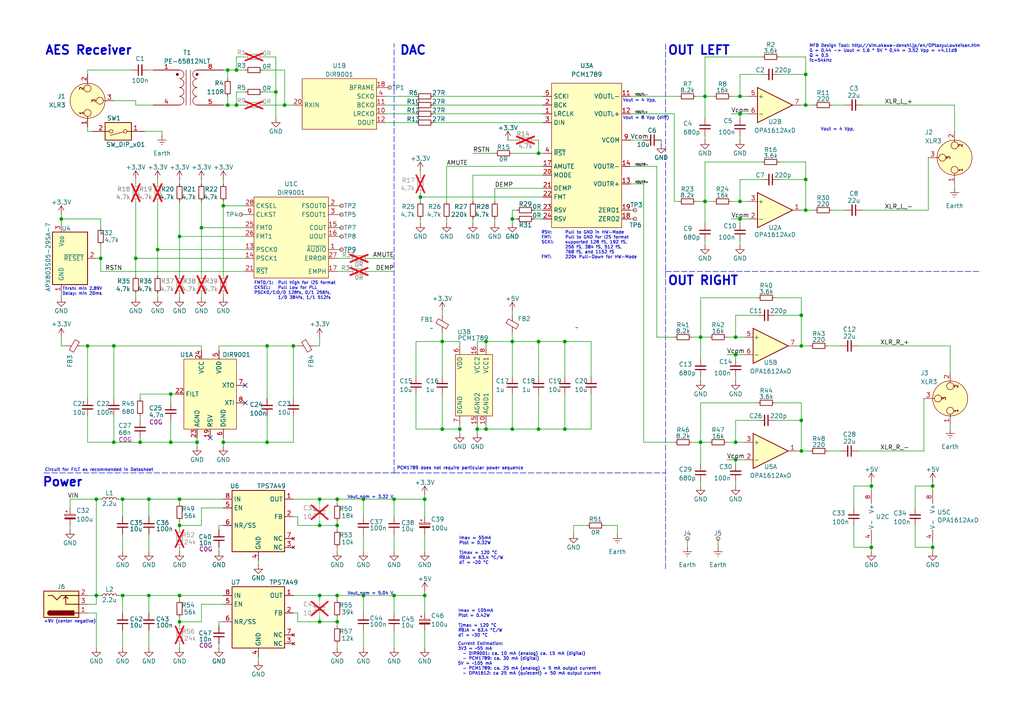
<source format=kicad_sch>
(kicad_sch (version 20231120) (generator "eeschema") (generator_version "8.0")
  (paper "A4")
  (title_block (title "AES-DAC") (date "2025-02-15") (rev "A") (comment 4 "Standard"))
  (junction (at 213.36 133.35))
  (junction (at 17.78 63.5))
  (junction (at 39.37 74.93))
  (junction (at 148.59 124.46))
  (junction (at 140.97 124.46))
  (junction (at 52.07 68.58))
  (junction (at 40.64 128.27))
  (junction (at 163.83 124.46))
  (junction (at 43.18 172.72))
  (junction (at 92.71 152.4))
  (junction (at 163.83 99.06))
  (junction (at 33.02 100.33))
  (junction (at 52.07 180.34))
  (junction (at 233.68 21.59))
  (junction (at 214.63 27.94))
  (junction (at 128.27 99.06))
  (junction (at 49.53 128.27))
  (junction (at 214.63 33.02))
  (junction (at 97.79 152.4))
  (junction (at 68.58 20.32))
  (junction (at 123.19 172.72))
  (junction (at 68.58 30.48))
  (junction (at 232.41 130.81))
  (junction (at 156.21 124.46))
  (junction (at 92.71 172.72))
  (junction (at 97.79 172.72))
  (junction (at 33.02 128.27))
  (junction (at 214.63 63.5))
  (junction (at 232.41 100.33))
  (junction (at 80.01 26.67))
  (junction (at 45.72 72.39))
  (junction (at 105.41 172.72))
  (junction (at 213.36 97.79))
  (junction (at 52.07 152.4))
  (junction (at 213.36 128.27))
  (junction (at 270.51 158.75))
  (junction (at 77.47 100.33))
  (junction (at 203.2 128.27))
  (junction (at 232.41 121.92))
  (junction (at 85.09 100.33))
  (junction (at 204.47 58.42))
  (junction (at 105.41 144.78))
  (junction (at 140.97 99.06))
  (junction (at 233.68 52.07))
  (junction (at 82.55 30.48))
  (junction (at 233.68 30.48))
  (junction (at 43.18 144.78))
  (junction (at 64.77 128.27))
  (junction (at 133.35 124.46))
  (junction (at 92.71 144.78))
  (junction (at 52.07 144.78))
  (junction (at 52.07 172.72))
  (junction (at 128.27 124.46))
  (junction (at 148.59 99.06))
  (junction (at 25.4 100.33))
  (junction (at 232.41 91.44))
  (junction (at 35.56 144.78))
  (junction (at 214.63 58.42))
  (junction (at 35.56 172.72))
  (junction (at 66.04 20.32))
  (junction (at 97.79 144.78))
  (junction (at 49.53 114.3))
  (junction (at 204.47 27.94))
  (junction (at 97.79 180.34))
  (junction (at 121.92 57.15))
  (junction (at 57.15 128.27))
  (junction (at 114.3 144.78))
  (junction (at 77.47 128.27))
  (junction (at 64.77 59.69))
  (junction (at 138.43 124.46))
  (junction (at 27.94 144.78))
  (junction (at 252.73 158.75))
  (junction (at 66.04 30.48))
  (junction (at 213.36 102.87))
  (junction (at 270.51 140.97))
  (junction (at 29.21 74.93))
  (junction (at 233.68 60.96))
  (junction (at 123.19 144.78))
  (junction (at 114.3 172.72))
  (junction (at 252.73 140.97))
  (junction (at 148.59 63.5))
  (junction (at 156.21 99.06))
  (junction (at 203.2 97.79))
  (junction (at 92.71 180.34))
  (junction (at 58.42 66.04))
  (junction (at 27.94 172.72))
  (junction (at 156.21 44.45))
  (no_connect (at 71.12 111.76))
  (no_connect (at 71.12 116.84))
  (no_connect (at 60.96 127))
  (wire (pts (xy 186.69 53.34) (xy 186.69 128.27)))
  (wire (pts (xy 38.1 20.32) (xy 25.4 20.32)))
  (wire (pts (xy 240.03 100.33) (xy 243.84 100.33)))
  (wire (pts (xy 33.02 29.21) (xy 39.37 29.21)))
  (wire (pts (xy 163.83 124.46) (xy 171.45 124.46)))
  (wire (pts (xy 29.21 74.93) (xy 27.94 74.93)))
  (wire (pts (xy 232.41 100.33) (xy 231.14 100.33)))
  (wire (pts (xy 114.3 149.86) (xy 114.3 144.78)))
  (wire (pts (xy 113.03 25.4) (xy 111.76 25.4)))
  (wire (pts (xy 97.79 74.93) (xy 101.6 74.93)))
  (wire (pts (xy 58.42 100.33) (xy 58.42 101.6)))
  (wire (pts (xy 213.36 102.87) (xy 213.36 104.14)))
  (wire (pts (xy 269.24 45.72) (xy 269.24 60.96)))
  (wire (pts (xy 92.71 144.78) (xy 97.79 144.78)))
  (wire (pts (xy 63.5 180.34) (xy 64.77 180.34)))
  (wire (pts (xy 147.32 40.64) (xy 149.86 40.64)))
  (wire (pts (xy 270.51 160.02) (xy 270.51 158.75)))
  (wire (pts (xy 52.07 152.4) (xy 52.07 153.67)))
  (wire (pts (xy 213.36 109.22) (xy 213.36 110.49)))
  (wire (pts (xy 213.36 102.87) (xy 215.9 102.87)))
  (wire (pts (xy 85.09 100.33) (xy 77.47 100.33)))
  (wire (pts (xy 138.43 124.46) (xy 140.97 124.46)))
  (wire (pts (xy 125.73 30.48) (xy 157.48 30.48)))
  (wire (pts (xy 43.18 144.78) (xy 43.18 149.86)))
  (wire (pts (xy 35.56 182.88) (xy 35.56 187.96)))
  (wire (pts (xy 64.77 127) (xy 64.77 128.27)))
  (wire (pts (xy 66.04 27.94) (xy 66.04 30.48)))
  (wire (pts (xy 29.21 63.5) (xy 17.78 63.5)))
  (wire (pts (xy 77.47 128.27) (xy 85.09 128.27)))
  (wire (pts (xy 92.71 180.34) (xy 92.71 179.07)))
  (wire (pts (xy 203.2 97.79) (xy 205.74 97.79)))
  (wire (pts (xy 252.73 142.24) (xy 252.73 140.97)))
  (wire (pts (xy 45.72 72.39) (xy 45.72 80.01)))
  (wire (pts (xy 213.36 128.27) (xy 215.9 128.27)))
  (wire (pts (xy 203.2 128.27) (xy 205.74 128.27)))
  (wire (pts (xy 128.27 124.46) (xy 133.35 124.46)))
  (wire (pts (xy 214.63 63.5) (xy 214.63 64.77)))
  (wire (pts (xy 149.86 60.96) (xy 148.59 60.96)))
  (wire (pts (xy 20.32 152.4) (xy 20.32 153.67)))
  (wire (pts (xy 120.65 124.46) (xy 128.27 124.46)))
  (wire (pts (xy 214.63 63.5) (xy 217.17 63.5)))
  (wire (pts (xy 86.36 180.34) (xy 92.71 180.34)))
  (wire (pts (xy 64.77 59.69) (xy 64.77 80.01)))
  (wire (pts (xy 128.27 96.52) (xy 128.27 99.06)))
  (wire (pts (xy 97.79 151.13) (xy 97.79 152.4)))
  (wire (pts (xy 58.42 175.26) (xy 58.42 180.34)))
  (wire (pts (xy 208.28 156.21) (xy 208.28 158.75)))
  (wire (pts (xy 148.59 109.22) (xy 148.59 99.06)))
  (wire (pts (xy 41.91 38.1) (xy 46.99 38.1)))
  (wire (pts (xy 123.19 182.88) (xy 123.19 187.96)))
  (wire (pts (xy 35.56 172.72) (xy 43.18 172.72)))
  (wire (pts (xy 39.37 74.93) (xy 71.12 74.93)))
  (wire (pts (xy 49.53 121.92) (xy 49.53 128.27)))
  (wire (pts (xy 64.77 20.32) (xy 66.04 20.32)))
  (wire (pts (xy 133.35 123.19) (xy 133.35 124.46)))
  (wire (pts (xy 219.71 121.92) (xy 213.36 121.92)))
  (wire (pts (xy 232.41 116.84) (xy 232.41 121.92)))
  (wire (pts (xy 203.2 139.7) (xy 203.2 140.97)))
  (wire (pts (xy 232.41 86.36) (xy 232.41 91.44)))
  (wire (pts (xy 97.79 186.69) (xy 97.79 187.96)))
  (wire (pts (xy 25.4 100.33) (xy 25.4 115.57)))
  (wire (pts (xy 57.15 128.27) (xy 49.53 128.27)))
  (wire (pts (xy 212.09 27.94) (xy 214.63 27.94)))
  (wire (pts (xy 203.2 116.84) (xy 203.2 128.27)))
  (wire (pts (xy 43.18 172.72) (xy 43.18 177.8)))
  (wire (pts (xy 35.56 154.94) (xy 35.56 160.02)))
  (wire (pts (xy 137.16 58.42) (xy 137.16 50.8)))
  (wire (pts (xy 43.18 144.78) (xy 52.07 144.78)))
  (wire (pts (xy 17.78 85.09) (xy 17.78 86.36)))
  (wire (pts (xy 210.82 128.27) (xy 213.36 128.27)))
  (wire (pts (xy 52.07 68.58) (xy 71.12 68.58)))
  (wire (pts (xy 213.36 91.44) (xy 213.36 97.79)))
  (wire (pts (xy 82.55 30.48) (xy 85.09 30.48)))
  (wire (pts (xy 68.58 20.32) (xy 68.58 16.51)))
  (wire (pts (xy 275.59 123.19) (xy 275.59 124.46)))
  (wire (pts (xy 58.42 66.04) (xy 71.12 66.04)))
  (wire (pts (xy 111.76 30.48) (xy 120.65 30.48)))
  (wire (pts (xy 76.2 20.32) (xy 82.55 20.32)))
  (wire (pts (xy 58.42 180.34) (xy 52.07 180.34)))
  (wire (pts (xy 85.09 120.65) (xy 85.09 128.27)))
  (wire (pts (xy 105.41 172.72) (xy 114.3 172.72)))
  (wire (pts (xy 213.36 133.35) (xy 215.9 133.35)))
  (polyline (pts (xy 193.04 147.32) (xy 193.04 147.32)) (stroke (width 0) (type dash)))
  (wire (pts (xy 35.56 144.78) (xy 43.18 144.78)))
  (wire (pts (xy 120.65 109.22) (xy 120.65 99.06)))
  (wire (pts (xy 39.37 29.21) (xy 39.37 30.48)))
  (wire (pts (xy 233.68 46.99) (xy 233.68 52.07)))
  (wire (pts (xy 64.77 128.27) (xy 77.47 128.27)))
  (wire (pts (xy 137.16 63.5) (xy 137.16 64.77)))
  (wire (pts (xy 97.79 179.07) (xy 97.79 180.34)))
  (wire (pts (xy 99.06 62.23) (xy 97.79 62.23)))
  (wire (pts (xy 97.79 78.74) (xy 101.6 78.74)))
  (wire (pts (xy 52.07 179.07) (xy 52.07 180.34)))
  (wire (pts (xy 39.37 30.48) (xy 44.45 30.48)))
  (wire (pts (xy 182.88 33.02) (xy 195.58 33.02)))
  (polyline (pts (xy 193.04 78.74) (xy 284.48 78.74)) (stroke (width 0) (type dash)))
  (wire (pts (xy 204.47 39.37) (xy 204.47 40.64)))
  (wire (pts (xy 226.06 16.51) (xy 233.68 16.51)))
  (wire (pts (xy 163.83 114.3) (xy 163.83 124.46)))
  (wire (pts (xy 190.5 97.79) (xy 195.58 97.79)))
  (wire (pts (xy 35.56 177.8) (xy 35.56 172.72)))
  (wire (pts (xy 121.92 57.15) (xy 157.48 57.15)))
  (wire (pts (xy 133.35 99.06) (xy 133.35 100.33)))
  (wire (pts (xy 120.65 99.06) (xy 128.27 99.06)))
  (wire (pts (xy 163.83 109.22) (xy 163.83 99.06)))
  (wire (pts (xy 204.47 58.42) (xy 201.93 58.42)))
  (wire (pts (xy 250.19 30.48) (xy 276.86 30.48)))
  (wire (pts (xy 204.47 27.94) (xy 207.01 27.94)))
  (wire (pts (xy 45.72 85.09) (xy 45.72 86.36)))
  (wire (pts (xy 204.47 69.85) (xy 204.47 71.12)))
  (wire (pts (xy 25.4 172.72) (xy 27.94 172.72)))
  (wire (pts (xy 52.07 186.69) (xy 52.07 187.96)))
  (wire (pts (xy 224.79 86.36) (xy 232.41 86.36)))
  (wire (pts (xy 233.68 21.59) (xy 233.68 30.48)))
  (wire (pts (xy 226.06 52.07) (xy 233.68 52.07)))
  (wire (pts (xy 137.16 44.45) (xy 143.51 44.45)))
  (wire (pts (xy 26.67 38.1) (xy 25.4 38.1)))
  (wire (pts (xy 191.77 40.64) (xy 191.77 41.91)))
  (wire (pts (xy 232.41 100.33) (xy 234.95 100.33)))
  (wire (pts (xy 52.07 151.13) (xy 52.07 152.4)))
  (wire (pts (xy 148.59 44.45) (xy 156.21 44.45)))
  (wire (pts (xy 123.19 143.51) (xy 123.19 144.78)))
  (wire (pts (xy 204.47 46.99) (xy 204.47 58.42)))
  (wire (pts (xy 58.42 52.07) (xy 58.42 53.34)))
  (wire (pts (xy 64.77 147.32) (xy 58.42 147.32)))
  (wire (pts (xy 97.79 172.72) (xy 105.41 172.72)))
  (wire (pts (xy 265.43 158.75) (xy 270.51 158.75)))
  (wire (pts (xy 204.47 58.42) (xy 204.47 64.77)))
  (wire (pts (xy 143.51 54.61) (xy 143.51 58.42)))
  (wire (pts (xy 82.55 20.32) (xy 82.55 30.48)))
  (wire (pts (xy 129.54 58.42) (xy 129.54 48.26)))
  (wire (pts (xy 204.47 16.51) (xy 204.47 27.94)))
  (wire (pts (xy 226.06 21.59) (xy 233.68 21.59)))
  (wire (pts (xy 232.41 130.81) (xy 231.14 130.81)))
  (wire (pts (xy 143.51 63.5) (xy 143.51 64.77)))
  (wire (pts (xy 66.04 20.32) (xy 68.58 20.32)))
  (wire (pts (xy 17.78 62.23) (xy 17.78 63.5)))
  (wire (pts (xy 156.21 124.46) (xy 148.59 124.46)))
  (wire (pts (xy 252.73 157.48) (xy 252.73 158.75)))
  (wire (pts (xy 35.56 149.86) (xy 35.56 144.78)))
  (wire (pts (xy 99.06 59.69) (xy 97.79 59.69)))
  (wire (pts (xy 140.97 99.06) (xy 148.59 99.06)))
  (wire (pts (xy 156.21 124.46) (xy 163.83 124.46)))
  (wire (pts (xy 27.94 177.8) (xy 27.94 187.96)))
  (wire (pts (xy 29.21 172.72) (xy 27.94 172.72)))
  (polyline (pts (xy 114.3 137.16) (xy 114.3 12.7)) (stroke (width 0) (type dash)))
  (wire (pts (xy 52.07 158.75) (xy 52.07 160.02)))
  (wire (pts (xy 213.36 121.92) (xy 213.36 128.27)))
  (wire (pts (xy 69.85 62.23) (xy 71.12 62.23)))
  (wire (pts (xy 92.71 152.4) (xy 97.79 152.4)))
  (wire (pts (xy 106.68 74.93) (xy 114.3 74.93)))
  (wire (pts (xy 58.42 152.4) (xy 52.07 152.4)))
  (wire (pts (xy 213.36 133.35) (xy 213.36 134.62)))
  (wire (pts (xy 97.79 158.75) (xy 97.79 160.02)))
  (wire (pts (xy 39.37 52.07) (xy 39.37 53.34)))
  (wire (pts (xy 156.21 114.3) (xy 156.21 124.46)))
  (wire (pts (xy 148.59 90.17) (xy 148.59 91.44)))
  (wire (pts (xy 114.3 177.8) (xy 114.3 172.72)))
  (wire (pts (xy 184.15 63.5) (xy 182.88 63.5)))
  (wire (pts (xy 97.79 146.05) (xy 97.79 144.78)))
  (wire (pts (xy 71.12 26.67) (xy 68.58 26.67)))
  (wire (pts (xy 20.32 144.78) (xy 27.94 144.78)))
  (wire (pts (xy 25.4 36.83) (xy 25.4 38.1)))
  (wire (pts (xy 49.53 114.3) (xy 49.53 116.84)))
  (wire (pts (xy 68.58 26.67) (xy 68.58 30.48)))
  (wire (pts (xy 43.18 20.32) (xy 44.45 20.32)))
  (wire (pts (xy 33.02 100.33) (xy 58.42 100.33)))
  (wire (pts (xy 224.79 121.92) (xy 232.41 121.92)))
  (wire (pts (xy 25.4 175.26) (xy 27.94 175.26)))
  (wire (pts (xy 52.07 68.58) (xy 52.07 80.01)))
  (wire (pts (xy 17.78 97.79) (xy 17.78 100.33)))
  (wire (pts (xy 203.2 109.22) (xy 203.2 110.49)))
  (wire (pts (xy 86.36 152.4) (xy 86.36 149.86)))
  (wire (pts (xy 52.07 146.05) (xy 52.07 144.78)))
  (wire (pts (xy 182.88 40.64) (xy 186.69 40.64)))
  (wire (pts (xy 248.92 130.81) (xy 267.97 130.81)))
  (wire (pts (xy 92.71 173.99) (xy 92.71 172.72)))
  (wire (pts (xy 125.73 33.02) (xy 157.48 33.02)))
  (wire (pts (xy 214.63 39.37) (xy 214.63 40.64)))
  (wire (pts (xy 190.5 48.26) (xy 190.5 97.79)))
  (wire (pts (xy 99.06 68.58) (xy 97.79 68.58)))
  (polyline (pts (xy 193.04 12.7) (xy 193.04 78.74)) (stroke (width 0) (type dash)))
  (wire (pts (xy 210.82 102.87) (xy 213.36 102.87)))
  (wire (pts (xy 52.07 85.09) (xy 52.07 86.36)))
  (wire (pts (xy 210.82 97.79) (xy 213.36 97.79)))
  (wire (pts (xy 33.02 120.65) (xy 33.02 128.27)))
  (wire (pts (xy 148.59 124.46) (xy 140.97 124.46)))
  (wire (pts (xy 43.18 172.72) (xy 52.07 172.72)))
  (wire (pts (xy 214.63 58.42) (xy 217.17 58.42)))
  (wire (pts (xy 154.94 63.5) (xy 157.48 63.5)))
  (wire (pts (xy 149.86 63.5) (xy 148.59 63.5)))
  (wire (pts (xy 233.68 60.96) (xy 232.41 60.96)))
  (wire (pts (xy 148.59 114.3) (xy 148.59 124.46)))
  (wire (pts (xy 156.21 40.64) (xy 156.21 44.45)))
  (wire (pts (xy 92.71 146.05) (xy 92.71 144.78)))
  (wire (pts (xy 64.77 52.07) (xy 64.77 53.34)))
  (wire (pts (xy 66.04 20.32) (xy 66.04 22.86)))
  (wire (pts (xy 52.07 52.07) (xy 52.07 53.34)))
  (wire (pts (xy 33.02 115.57) (xy 33.02 100.33)))
  (wire (pts (xy 213.36 97.79) (xy 215.9 97.79)))
  (wire (pts (xy 58.42 147.32) (xy 58.42 152.4)))
  (wire (pts (xy 186.69 53.34) (xy 182.88 53.34)))
  (wire (pts (xy 27.94 144.78) (xy 27.94 172.72)))
  (wire (pts (xy 179.07 152.4) (xy 179.07 154.94)))
  (wire (pts (xy 123.19 171.45) (xy 123.19 172.72)))
  (wire (pts (xy 148.59 96.52) (xy 148.59 99.06)))
  (wire (pts (xy 123.19 177.8) (xy 123.19 172.72)))
  (wire (pts (xy 85.09 100.33) (xy 86.36 100.33)))
  (wire (pts (xy 170.18 152.4) (xy 166.37 152.4)))
  (wire (pts (xy 265.43 158.75) (xy 265.43 152.4)))
  (wire (pts (xy 76.2 16.51) (xy 80.01 16.51)))
  (wire (pts (xy 63.5 181.61) (xy 63.5 180.34)))
  (wire (pts (xy 106.68 78.74) (xy 114.3 78.74)))
  (wire (pts (xy 49.53 114.3) (xy 40.64 114.3)))
  (polyline (pts (xy 193.04 147.32) (xy 193.04 165.1)) (stroke (width 0) (type dash)))
  (wire (pts (xy 114.3 182.88) (xy 114.3 187.96)))
  (wire (pts (xy 140.97 99.06) (xy 138.43 99.06)))
  (wire (pts (xy 86.36 149.86) (xy 85.09 149.86)))
  (wire (pts (xy 39.37 74.93) (xy 39.37 80.01)))
  (wire (pts (xy 232.41 121.92) (xy 232.41 130.81)))
  (wire (pts (xy 275.59 100.33) (xy 275.59 107.95)))
  (wire (pts (xy 140.97 124.46) (xy 140.97 123.19)))
  (wire (pts (xy 148.59 63.5) (xy 148.59 64.77)))
  (wire (pts (xy 76.2 26.67) (xy 80.01 26.67)))
  (wire (pts (xy 214.63 27.94) (xy 217.17 27.94)))
  (wire (pts (xy 212.09 63.5) (xy 214.63 63.5)))
  (wire (pts (xy 25.4 128.27) (xy 33.02 128.27)))
  (wire (pts (xy 203.2 86.36) (xy 203.2 97.79)))
  (wire (pts (xy 34.29 144.78) (xy 35.56 144.78)))
  (wire (pts (xy 128.27 114.3) (xy 128.27 124.46)))
  (wire (pts (xy 105.41 144.78) (xy 105.41 149.86)))
  (wire (pts (xy 25.4 20.32) (xy 25.4 21.59)))
  (wire (pts (xy 276.86 30.48) (xy 276.86 38.1)))
  (wire (pts (xy 63.5 153.67) (xy 63.5 152.4)))
  (wire (pts (xy 64.77 175.26) (xy 58.42 175.26)))
  (wire (pts (xy 190.5 48.26) (xy 182.88 48.26)))
  (wire (pts (xy 195.58 33.02) (xy 195.58 58.42)))
  (wire (pts (xy 240.03 130.81) (xy 243.84 130.81)))
  (wire (pts (xy 123.19 154.94) (xy 123.19 160.02)))
  (wire (pts (xy 233.68 16.51) (xy 233.68 21.59)))
  (wire (pts (xy 233.68 60.96) (xy 236.22 60.96)))
  (wire (pts (xy 137.16 50.8) (xy 157.48 50.8)))
  (wire (pts (xy 85.09 115.57) (xy 85.09 100.33)))
  (wire (pts (xy 68.58 20.32) (xy 71.12 20.32)))
  (wire (pts (xy 204.47 27.94) (xy 201.93 27.94)))
  (wire (pts (xy 66.04 30.48) (xy 68.58 30.48)))
  (wire (pts (xy 154.94 40.64) (xy 156.21 40.64)))
  (wire (pts (xy 77.47 120.65) (xy 77.47 128.27)))
  (wire (pts (xy 214.63 21.59) (xy 214.63 27.94)))
  (wire (pts (xy 232.41 91.44) (xy 232.41 100.33)))
  (wire (pts (xy 92.71 172.72) (xy 97.79 172.72)))
  (wire (pts (xy 199.39 156.21) (xy 199.39 158.75)))
  (wire (pts (xy 58.42 85.09) (xy 58.42 86.36)))
  (wire (pts (xy 29.21 78.74) (xy 29.21 74.93)))
  (wire (pts (xy 76.2 30.48) (xy 82.55 30.48)))
  (wire (pts (xy 17.78 63.5) (xy 17.78 64.77)))
  (wire (pts (xy 214.63 69.85) (xy 214.63 71.12)))
  (wire (pts (xy 220.98 52.07) (xy 214.63 52.07)))
  (wire (pts (xy 163.83 99.06) (xy 171.45 99.06)))
  (wire (pts (xy 121.92 57.15) (xy 121.92 58.42)))
  (wire (pts (xy 133.35 124.46) (xy 133.35 125.73)))
  (wire (pts (xy 29.21 144.78) (xy 27.94 144.78)))
  (wire (pts (xy 148.59 99.06) (xy 156.21 99.06)))
  (wire (pts (xy 233.68 30.48) (xy 236.22 30.48)))
  (wire (pts (xy 52.07 173.99) (xy 52.07 172.72)))
  (wire (pts (xy 210.82 133.35) (xy 213.36 133.35)))
  (wire (pts (xy 226.06 46.99) (xy 233.68 46.99)))
  (wire (pts (xy 29.21 71.12) (xy 29.21 74.93)))
  (wire (pts (xy 111.76 33.02) (xy 120.65 33.02)))
  (wire (pts (xy 68.58 30.48) (xy 71.12 30.48)))
  (wire (pts (xy 97.79 152.4) (xy 97.79 153.67)))
  (wire (pts (xy 99.06 72.39) (xy 97.79 72.39)))
  (wire (pts (xy 97.79 180.34) (xy 97.79 181.61)))
  (wire (pts (xy 114.3 154.94) (xy 114.3 160.02)))
  (wire (pts (xy 224.79 116.84) (xy 232.41 116.84)))
  (wire (pts (xy 74.93 162.56) (xy 74.93 163.83)))
  (wire (pts (xy 214.63 33.02) (xy 217.17 33.02)))
  (wire (pts (xy 219.71 116.84) (xy 203.2 116.84)))
  (wire (pts (xy 138.43 124.46) (xy 138.43 125.73)))
  (wire (pts (xy 68.58 16.51) (xy 71.12 16.51)))
  (wire (pts (xy 203.2 97.79) (xy 203.2 104.14)))
  (wire (pts (xy 58.42 58.42) (xy 58.42 66.04)))
  (wire (pts (xy 111.76 35.56) (xy 120.65 35.56)))
  (wire (pts (xy 80.01 16.51) (xy 80.01 26.67)))
  (wire (pts (xy 252.73 158.75) (xy 252.73 160.02)))
  (wire (pts (xy 52.07 172.72) (xy 64.77 172.72)))
  (polyline (pts (xy 193.04 78.74) (xy 193.04 147.32)) (stroke (width 0) (type dash)))
  (wire (pts (xy 123.19 149.86) (xy 123.19 144.78)))
  (wire (pts (xy 43.18 154.94) (xy 43.18 160.02)))
  (wire (pts (xy 129.54 48.26) (xy 157.48 48.26)))
  (wire (pts (xy 63.5 186.69) (xy 63.5 187.96)))
  (wire (pts (xy 241.3 30.48) (xy 245.11 30.48)))
  (wire (pts (xy 203.2 97.79) (xy 200.66 97.79)))
  (wire (pts (xy 128.27 90.17) (xy 128.27 91.44)))
  (wire (pts (xy 111.76 27.94) (xy 120.65 27.94)))
  (wire (pts (xy 40.64 120.65) (xy 40.64 121.92)))
  (wire (pts (xy 85.09 144.78) (xy 92.71 144.78)))
  (wire (pts (xy 34.29 172.72) (xy 35.56 172.72)))
  (wire (pts (xy 265.43 140.97) (xy 270.51 140.97)))
  (wire (pts (xy 184.15 60.96) (xy 182.88 60.96)))
  (wire (pts (xy 214.63 52.07) (xy 214.63 58.42)))
  (wire (pts (xy 97.79 173.99) (xy 97.79 172.72)))
  (wire (pts (xy 123.19 172.72) (xy 114.3 172.72)))
  (wire (pts (xy 120.65 114.3) (xy 120.65 124.46)))
  (wire (pts (xy 248.92 100.33) (xy 275.59 100.33)))
  (wire (pts (xy 156.21 99.06) (xy 163.83 99.06)))
  (wire (pts (xy 276.86 53.34) (xy 276.86 54.61)))
  (wire (pts (xy 63.5 158.75) (xy 63.5 160.02)))
  (wire (pts (xy 92.71 97.79) (xy 92.71 100.33)))
  (wire (pts (xy 121.92 55.88) (xy 121.92 57.15)))
  (wire (pts (xy 33.02 128.27) (xy 40.64 128.27)))
  (wire (pts (xy 64.77 30.48) (xy 66.04 30.48)))
  (wire (pts (xy 63.5 100.33) (xy 77.47 100.33)))
  (wire (pts (xy 92.71 180.34) (xy 97.79 180.34)))
  (wire (pts (xy 39.37 58.42) (xy 39.37 74.93)))
  (polyline (pts (xy 114.3 137.16) (xy 193.04 137.16)) (stroke (width 0) (type dash)))
  (wire (pts (xy 233.68 52.07) (xy 233.68 60.96)))
  (wire (pts (xy 17.78 100.33) (xy 19.05 100.33)))
  (wire (pts (xy 156.21 44.45) (xy 157.48 44.45)))
  (wire (pts (xy 25.4 100.33) (xy 33.02 100.33)))
  (wire (pts (xy 182.88 27.94) (xy 196.85 27.94)))
  (wire (pts (xy 232.41 130.81) (xy 234.95 130.81)))
  (wire (pts (xy 40.64 128.27) (xy 49.53 128.27)))
  (wire (pts (xy 204.47 27.94) (xy 204.47 34.29)))
  (wire (pts (xy 220.98 16.51) (xy 204.47 16.51)))
  (wire (pts (xy 50.8 114.3) (xy 49.53 114.3)))
  (wire (pts (xy 233.68 30.48) (xy 232.41 30.48)))
  (wire (pts (xy 74.93 190.5) (xy 74.93 191.77)))
  (wire (pts (xy 45.72 52.07) (xy 45.72 53.34)))
  (wire (pts (xy 27.94 175.26) (xy 27.94 172.72)))
  (wire (pts (xy 64.77 85.09) (xy 64.77 86.36)))
  (wire (pts (xy 140.97 99.06) (xy 140.97 100.33)))
  (wire (pts (xy 92.71 152.4) (xy 92.71 151.13)))
  (wire (pts (xy 166.37 152.4) (xy 166.37 154.94)))
  (wire (pts (xy 204.47 58.42) (xy 207.01 58.42)))
  (wire (pts (xy 212.09 33.02) (xy 214.63 33.02)))
  (wire (pts (xy 25.4 177.8) (xy 27.94 177.8)))
  (wire (pts (xy 97.79 144.78) (xy 105.41 144.78)))
  (wire (pts (xy 57.15 128.27) (xy 57.15 129.54)))
  (wire (pts (xy 52.07 144.78) (xy 64.77 144.78)))
  (wire (pts (xy 219.71 86.36) (xy 203.2 86.36)))
  (wire (pts (xy 77.47 100.33) (xy 77.47 115.57)))
  (wire (pts (xy 212.09 58.42) (xy 214.63 58.42)))
  (wire (pts (xy 105.41 144.78) (xy 114.3 144.78)))
  (wire (pts (xy 25.4 120.65) (xy 25.4 128.27)))
  (wire (pts (xy 128.27 99.06) (xy 133.35 99.06)))
  (wire (pts (xy 57.15 127) (xy 57.15 128.27)))
  (wire (pts (xy 252.73 139.7) (xy 252.73 140.97)))
  (wire (pts (xy 39.37 85.09) (xy 39.37 86.36)))
  (wire (pts (xy 154.94 60.96) (xy 157.48 60.96)))
  (polyline (pts (xy 12.7 137.16) (xy 114.3 137.16)) (stroke (width 0) (type dash)))
  (wire (pts (xy 63.5 100.33) (xy 63.5 101.6)))
  (wire (pts (xy 105.41 172.72) (xy 105.41 177.8)))
  (wire (pts (xy 128.27 99.06) (xy 128.27 109.22)))
  (wire (pts (xy 125.73 27.94) (xy 157.48 27.94)))
  (wire (pts (xy 85.09 172.72) (xy 92.71 172.72)))
  (wire (pts (xy 270.51 140.97) (xy 270.51 142.24)))
  (wire (pts (xy 64.77 128.27) (xy 64.77 129.54)))
  (wire (pts (xy 63.5 152.4) (xy 64.77 152.4)))
  (wire (pts (xy 29.21 66.04) (xy 29.21 63.5)))
  (wire (pts (xy 143.51 54.61) (xy 157.48 54.61)))
  (wire (pts (xy 252.73 140.97) (xy 247.65 140.97)))
  (wire (pts (xy 247.65 158.75) (xy 252.73 158.75)))
  (wire (pts (xy 71.12 78.74) (xy 29.21 78.74)))
  (wire (pts (xy 86.36 152.4) (xy 92.71 152.4)))
  (wire (pts (xy 58.42 66.04) (xy 58.42 80.01)))
  (wire (pts (xy 250.19 60.96) (xy 269.24 60.96)))
  (wire (pts (xy 267.97 115.57) (xy 267.97 130.81)))
  (wire (pts (xy 105.41 182.88) (xy 105.41 187.96)))
  (wire (pts (xy 203.2 128.27) (xy 203.2 134.62)))
  (wire (pts (xy 52.07 58.42) (xy 52.07 68.58)))
  (wire (pts (xy 121.92 63.5) (xy 121.92 64.77)))
  (wire (pts (xy 121.92 49.53) (xy 121.92 50.8)))
  (wire (pts (xy 156.21 109.22) (xy 156.21 99.06)))
  (wire (pts (xy 80.01 26.67) (xy 80.01 34.29)))
  (wire (pts (xy 270.51 158.75) (xy 270.51 157.48)))
  (wire (pts (xy 138.43 123.19) (xy 138.43 124.46)))
  (wire (pts (xy 129.54 63.5) (xy 129.54 64.77)))
  (wire (pts (xy 270.51 139.7) (xy 270.51 140.97)))
  (wire (pts (xy 125.73 35.56) (xy 157.48 35.56)))
  (wire (pts (xy 247.65 140.97) (xy 247.65 147.32)))
  (wire (pts (xy 175.26 152.4) (xy 179.07 152.4)))
  (wire (pts (xy 148.59 60.96) (xy 148.59 63.5)))
  (wire (pts (xy 186.69 128.27) (xy 195.58 128.27)))
  (wire (pts (xy 123.19 144.78) (xy 114.3 144.78)))
  (wire (pts (xy 43.18 182.88) (xy 43.18 187.96)))
  (wire (pts (xy 220.98 21.59) (xy 214.63 21.59)))
  (wire (pts (xy 20.32 147.32) (xy 20.32 144.78)))
  (wire (pts (xy 195.58 58.42) (xy 196.85 58.42)))
  (wire (pts (xy 92.71 100.33) (xy 91.44 100.33)))
  (wire (pts (xy 247.65 152.4) (xy 247.65 158.75)))
  (wire (pts (xy 213.36 139.7) (xy 213.36 140.97)))
  (wire (pts (xy 64.77 59.69) (xy 71.12 59.69)))
  (wire (pts (xy 214.63 33.02) (xy 214.63 34.29)))
  (wire (pts (xy 40.64 127) (xy 40.64 128.27)))
  (wire (pts (xy 203.2 128.27) (xy 200.66 128.27)))
  (wire (pts (xy 25.4 100.33) (xy 24.13 100.33)))
  (wire (pts (xy 171.45 114.3) (xy 171.45 124.46)))
  (wire (pts (xy 45.72 58.42) (xy 45.72 72.39)))
  (wire (pts (xy 45.72 72.39) (xy 71.12 72.39)))
  (wire (pts (xy 241.3 60.96) (xy 245.11 60.96)))
  (wire (pts (xy 224.79 91.44) (xy 232.41 91.44)))
  (wire (pts (xy 105.41 154.94) (xy 105.41 160.02)))
  (wire (pts (xy 86.36 180.34) (xy 86.36 177.8)))
  (wire (pts (xy 220.98 46.99) (xy 204.47 46.99)))
  (wire (pts (xy 138.43 99.06) (xy 138.43 100.33)))
  (wire (pts (xy 99.06 66.04) (xy 97.79 66.04)))
  (wire (pts (xy 46.99 38.1) (xy 46.99 39.37)))
  (wire (pts (xy 265.43 140.97) (xy 265.43 147.32)))
  (wire (pts (xy 52.07 180.34) (xy 52.07 181.61)))
  (wire (pts (xy 86.36 177.8) (xy 85.09 177.8)))
  (wire (pts (xy 64.77 58.42) (xy 64.77 59.69)))
  (wire (pts (xy 40.64 114.3) (xy 40.64 115.57)))
  (wire (pts (xy 171.45 109.22) (xy 171.45 99.06)))
  (wire (pts (xy 219.71 91.44) (xy 213.36 91.44)))
  (text_box "Current Estimation:\n3V3 = ~55 mA\n  - DIR9001: ca. 10 mA (analog) ca. 15 mA (digital)\n  - PCM1789: ca. 30 mA (digital)\n5V = ~105 mA\n  - PCM1789: ca. 25 mA (analog) + 5 mA output current\n  - OPA1612: ca 25 mA (quiecent) + 50 mA output current" (at 132.08 185.42 0) (size 43.18 11.8864) (stroke (width -0.0001)) (effects (font (size 0.889 0.889)) (justify left top)))
  (text "PCM1789 does not require particular power sequence" (at 115.062 135.89 0) (effects (font (size 0.889 0.889)) (justify left)))
  (text "DAC" (at 115.824 14.732 0) (effects (font (size 2.54 2.54) (thickness 0.508) (bold yes)) (justify left)))
  (text "Power" (at 12.192 139.954 0) (effects (font (size 2.54 2.54) (thickness 0.508) (bold yes)) (justify left)))
  (text "OUT LEFT" (at 193.548 14.732 0) (effects (font (size 2.54 2.54) (thickness 0.508) (bold yes)) (justify left)))
  (text "Imax = 105mA\nPtot = 0.42W\n\nTjmax = 120 °C\nRθJA = 63.4 °C/W\ndT = ~30 °C" (at 132.842 180.848 0) (effects (font (size 0.889 0.889)) (justify left)))
  (text "+9V (center negative)" (at 12.7 180.34 0) (effects (font (size 0.889 0.889)) (justify left)))
  (text "Vout_nom = 3.32 V\n" (at 107.442 144.272 0) (effects (font (size 0.889 0.889))))
  (text "Vout = 4 Vpp," (at 237.998 37.592 0) (effects (font (size 0.889 0.889)) (justify left)))
  (text "Vout = 8 Vpp (diff)" (at 180.594 34.29 0) (effects (font (size 0.889 0.889)) (justify left)))
  (text "Thrsh: min 2.89V\nDelay: min 20ms\n" (at 18.034 84.582 0) (effects (font (size 0.889 0.889)) (justify left)))
  (text "OUT RIGHT" (at 193.548 81.534 0) (effects (font (size 2.54 2.54) (thickness 0.508) (bold yes)) (justify left)))
  (text "RSV:	Pull to GND in HW-Mode\nFMT:	Pull to GND for I2S format\nSCKI:	supported 128 fS, 192 fS, \n		256 fS, 384 fS, 512 fS, \n		768 fS, and 1152 fS\nFMT:	220k Pull-Down for HW-Mode" (at 156.972 71.12 0) (effects (font (size 0.889 0.889)) (justify left)))
  (text "AES Receiver" (at 12.954 14.732 0) (effects (font (size 2.54 2.54) (thickness 0.508) (bold yes)) (justify left)))
  (text "MFB Design Tool: http://sim.okawa-denshi.jp/en/OPtazyuLowkeisan.htm\nG = 0,44 -> Uout = 1,6 * 5V * 0,44 = 3,52 Vpp = +4.11dB\nQ = 0,5\nfc=54kHz\n\n" (at 234.696 16.256 0) (effects (font (size 0.889 0.889)) (justify left)))
  (text "Vout = 4 Vpp," (at 180.594 29.21 0) (effects (font (size 0.889 0.889)) (justify left)))
  (text "Circuit for FILT as recommended in Datasheet\n" (at 12.954 136.398 0) (effects (font (size 0.889 0.889)) (justify left)))
  (text "Imax = 55mA\nPtot = 0.32W\n\nTjmax = 120 °C\nRθJA = 63.4 °C/W\ndT = ~20 °C" (at 133.096 159.766 0) (effects (font (size 0.889 0.889)) (justify left)))
  (text "Vout_nom = 5.04 V\n" (at 107.442 172.212 0) (effects (font (size 0.889 0.889))))
  (text "FMT0/1:	Pull High for I2S format\nCKSEL:	Pull Low for PLL\nPSCK0/1:0/0 128fs, 0/1 256fs, \n		1/0 384fs, 1/1 512fs" (at 73.66 84.328 0) (effects (font (size 0.889 0.889)) (justify left)))
  (label "Vcom" (at 212.09 63.5 0))
  (label "XLR_L_+" (at 256.54 30.48 0))
  (label "VOUTL+" (at 184.15 33.02 0) (effects (font (size 0.635 0.635))) (property "Netclass" "AudioAnalog" (effects (hide yes))))
  (label "AMUTE" (at 114.3 74.93 180))
  (label "RSTN" (at 30.48 78.74 0))
  (label "AMUTE" (at 129.54 48.26 0))
  (label "XLR_R_-" (at 255.27 130.81 0))
  (label "Vcom" (at 182.88 40.64 0))
  (label "VOUTL-" (at 184.15 27.94 0) (effects (font (size 0.635 0.635))) (property "Netclass" "AudioAnalog" (effects (hide yes))))
  (label "VIN" (at 22.86 144.78 180))
  (label "XLR_L_-" (at 256.54 60.96 0))
  (label "Vcom" (at 212.09 33.02 0))
  (label "XLR_R_+" (at 255.27 100.33 0))
  (label "Vcom" (at 210.82 133.35 0))
  (label "VOUTR-" (at 184.15 48.26 0) (effects (font (size 0.635 0.635))) (property "Netclass" "AudioAnalog" (effects (hide yes))))
  (label "Vcom" (at 210.82 102.87 0))
  (label "VOUTR+" (at 184.15 53.34 0) (effects (font (size 0.635 0.635))) (property "Netclass" "AudioAnalog" (effects (hide yes))))
  (label "DEMP" (at 114.3 78.74 180))
  (label "DEMP" (at 143.51 54.61 0))
  (label "RSTN" (at 137.16 44.45 0))
  (symbol (lib_id "power:+3.3V") (at 147.32 40.64 0) (unit 1)
    (property "Reference" "#PWR03" (effects (hide yes)))
    (property "Value" "+3.3V" (at 147.32 37.084 0))
    (property "Description" "Power symbol creates a global label with name \"+3.3V\"" (effects (hide yes)))
  )
  (symbol (lib_id "Device:R_Small") (at 143.51 60.96 180) (unit 1)
    (property "Reference" "R28" (at 141.986 59.944 0) (effects (justify left)))
    (property "Value" "4.7k" (at 141.986 62.23 0) (effects (justify left)))
    (property "Footprint" "Resistor_SMD:R_0603_1608Metric_Pad0.98x0.95mm_HandSolder" (effects (hide yes)))
    (property "Description" "Resistor, small symbol" (effects (hide yes)))
  )
  (symbol (lib_id "Device:R_Small") (at 97.79 156.21 180) (unit 1)
    (property "Reference" "R53" (at 100.33 155.194 0))
    (property "Value" "10k" (at 100.838 157.226 0))
    (property "Footprint" "Resistor_SMD:R_0805_2012Metric_Pad1.20x1.40mm_HandSolder" (effects (hide yes)))
    (property "Description" "Resistor, small symbol" (effects (hide yes)))
  )
  (symbol (lib_id "Device:R_Small") (at 129.54 60.96 180) (unit 1)
    (property "Reference" "R26" (at 128.016 59.944 0) (effects (justify left)))
    (property "Value" "4.7k" (at 128.016 62.23 0) (effects (justify left)))
    (property "Footprint" "Resistor_SMD:R_0603_1608Metric_Pad0.98x0.95mm_HandSolder" (effects (hide yes)))
    (property "Description" "Resistor, small symbol" (effects (hide yes)))
  )
  (symbol (lib_id "power:GND") (at 74.93 191.77 0) (unit 1)
    (property "Reference" "#PWR070" (effects (hide yes)))
    (property "Value" "GND" (at 74.93 195.58 0))
    (property "Description" "Power symbol creates a global label with name \"GND\" , ground" (effects (hide yes)))
  )
  (symbol (lib_id "Device:C_Small") (at 128.27 111.76 180) (unit 1)
    (property "Reference" "C16" (at 123.444 110.49 0) (effects (justify right)))
    (property "Value" "1u" (at 123.444 113.03 0) (effects (justify right)))
    (property "Footprint" "Capacitor_SMD:C_0805_2012Metric_Pad1.18x1.45mm_HandSolder" (effects (hide yes)))
    (property "Description" "Unpolarized capacitor, small symbol" (effects (hide yes)))
  )
  (symbol (lib_id "Device:FerriteBead_Small") (at 21.59 100.33 90) (unit 1)
    (property "Reference" "FB3" (at 20.2818 102.87 0) (effects (justify right)))
    (property "Value" "FerriteBead_Small" (effects (hide yes)))
    (property "Footprint" "Resistor_SMD:R_0805_2012Metric_Pad1.20x1.40mm_HandSolder" (effects (hide yes)))
    (property "Description" "Ferrite bead, small symbol" (effects (hide yes)))
  )
  (symbol (lib_id "power:GND") (at 166.37 154.94 0) (unit 1)
    (property "Reference" "#PWR045" (effects (hide yes)))
    (property "Value" "GND" (at 166.37 158.75 0))
    (property "Description" "Power symbol creates a global label with name \"GND\" , ground" (effects (hide yes)))
  )
  (symbol (lib_id "Device:C_Small") (at 222.25 91.44 270) (unit 1)
    (property "Reference" "C11" (at 219.202 90.17 90))
    (property "Value" "220p" (at 225.806 90.17 90))
    (property "Footprint" "Capacitor_THT:C_Rect_L7.2mm_W4.5mm_P5.00mm_FKS2_FKP2_MKS2_MKP2" (effects (hide yes)))
    (property "Description" "Unpolarized capacitor, small symbol" (effects (hide yes)))
  )
  (symbol (lib_id "Connector_Audio:XLR3") (at 275.59 115.57 270) (mirror x) (unit 1)
    (property "Reference" "J3" (at 266.954 108.204 90) (effects (justify left)))
    (property "Value" "XLR3" (at 266.954 110.744 90) (effects (justify left)))
    (property "Footprint" "Connector_Audio:Jack_XLR_Neutrik_NC3MAH-0_Horizontal" (effects (hide yes)))
    (property "Datasheet" " ~" (effects (hide yes)))
    (property "Description" "XLR Connector, Male or Female, 3 Pins" (effects (hide yes)))
  )
  (symbol (lib_id "Device:C_Small") (at 214.63 36.83 180) (unit 1)
    (property "Reference" "C5" (at 209.804 35.052 0) (effects (justify right)))
    (property "Value" "100n" (at 208.28 38.354 0) (effects (justify right)))
    (property "Footprint" "Capacitor_SMD:C_0805_2012Metric_Pad1.18x1.45mm_HandSolder" (effects (hide yes)))
    (property "Description" "Unpolarized capacitor, small symbol" (effects (hide yes)))
  )
  (symbol (lib_id "Device:C_Small") (at 35.56 180.34 0) (mirror x) (unit 1)
    (property "Reference" "C42" (at 37.592 179.578 0) (effects (justify left)))
    (property "Value" "10u" (at 37.592 181.356 0) (effects (justify left)))
    (property "Footprint" "Capacitor_SMD:C_0805_2012Metric_Pad1.18x1.45mm_HandSolder" (effects (hide yes)))
    (property "Description" "Unpolarized capacitor, small symbol" (effects (hide yes)))
  )
  (symbol (lib_id "power:Earth") (at 275.59 124.46 0) (unit 1)
    (property "Reference" "#PWR034" (effects (hide yes)))
    (property "Value" "Earth" (at 275.59 129.54 0))
    (property "Description" "Power symbol creates a global label with name \"Earth\"" (effects (hide yes)))
  )
  (symbol (lib_id "Device:FerriteBead_Small") (at 88.9 100.33 270) (mirror x) (unit 1)
    (property "Reference" "FB4" (at 90.2082 102.87 0) (effects (justify right)))
    (property "Value" "FerriteBead_Small" (effects (hide yes)))
    (property "Footprint" "Resistor_SMD:R_0805_2012Metric_Pad1.20x1.40mm_HandSolder" (effects (hide yes)))
    (property "Description" "Ferrite bead, small symbol" (effects (hide yes)))
  )
  (symbol (lib_id "Device:C_Small") (at 163.83 111.76 180) (unit 1)
    (property "Reference" "C19" (at 159.004 110.49 0) (effects (justify right)))
    (property "Value" "10u" (at 159.004 113.03 0) (effects (justify right)))
    (property "Footprint" "Capacitor_SMD:C_0805_2012Metric_Pad1.18x1.45mm_HandSolder" (effects (hide yes)))
    (property "Description" "Unpolarized capacitor, small symbol" (effects (hide yes)))
  )
  (symbol (lib_id "Device:C_Small") (at 204.47 36.83 180) (unit 1)
    (property "Reference" "C4" (at 198.12 35.814 0) (effects (justify right)))
    (property "Value" "680p" (at 198.12 38.354 0) (effects (justify right)))
    (property "Footprint" "Capacitor_THT:C_Rect_L7.2mm_W4.5mm_P5.00mm_FKS2_FKP2_MKS2_MKP2" (effects (hide yes)))
    (property "Description" "Unpolarized capacitor, small symbol" (effects (hide yes)))
  )
  (symbol (lib_id "Connector:TestPoint_Small") (at 199.39 156.21 270) (unit 1)
    (property "Reference" "J4" (at 198.12 154.686 90) (effects (justify left)))
    (property "Value" "TestPoint_Small" (effects (hide yes)))
    (property "Footprint" "TestPoint:TestPoint_THTPad_D2.0mm_Drill1.0mm" (effects (hide yes)))
    (property "Description" "test point" (effects (hide yes)))
  )
  (symbol (lib_id "Device:C_Small") (at 203.2 106.68 180) (unit 1)
    (property "Reference" "C13" (at 196.85 105.664 0) (effects (justify right)))
    (property "Value" "680p" (at 196.85 108.204 0) (effects (justify right)))
    (property "Footprint" "Capacitor_THT:C_Rect_L7.2mm_W4.5mm_P5.00mm_FKS2_FKP2_MKS2_MKP2" (effects (hide yes)))
    (property "Description" "Unpolarized capacitor, small symbol" (effects (hide yes)))
  )
  (symbol (lib_id "power:GND") (at 63.5 187.96 0) (unit 1)
    (property "Reference" "#PWR065" (effects (hide yes)))
    (property "Value" "GND" (at 63.5 191.77 0))
    (property "Description" "Power symbol creates a global label with name \"GND\" , ground" (effects (hide yes)))
  )
  (symbol (lib_id "Device:C_Small") (at 85.09 118.11 180) (unit 1)
    (property "Reference" "C23" (at 80.518 117.094 0) (effects (justify right)))
    (property "Value" "10u" (at 80.518 119.634 0) (effects (justify right)))
    (property "Footprint" "Capacitor_SMD:C_0805_2012Metric_Pad1.18x1.45mm_HandSolder" (effects (hide yes)))
    (property "Description" "Unpolarized capacitor, small symbol" (effects (hide yes)))
  )
  (symbol (lib_id "Switch:SW_DIP_x01") (at 34.29 38.1 180) (unit 1)
    (property "Reference" "SW1" (at 30.988 34.29 0) (effects (justify right)))
    (property "Value" "SW_DIP_x01" (at 30.734 41.91 0) (effects (justify right)))
    (property "Description" "1x DIP Switch, Single Pole Single Throw (SPST) switch, small symbol" (effects (hide yes)))
  )
  (symbol (lib_id "Device:C_Small") (at 92.71 148.59 180) (unit 1) (dnp yes)
    (property "Reference" "C31" (at 87.884 147.32 0) (effects (justify right)))
    (property "Value" "10n" (at 87.884 149.86 0) (effects (justify right)))
    (property "Footprint" "Capacitor_SMD:C_0805_2012Metric_Pad1.18x1.45mm_HandSolder" (effects (hide yes)))
    (property "Description" "Unpolarized capacitor, small symbol" (effects (hide yes)))
    (property "LCSC Part" "C97905" (effects (hide yes)))
  )
  (symbol (lib_id "Connector:TestPoint_Small") (at 69.85 62.23 0) (unit 1)
    (property "Reference" "TP4" (at 65.532 62.23 0) (effects (justify left)))
    (property "Value" "TestPoint_Small" (effects (hide yes)))
    (property "Footprint" "TestPoint:TestPoint_Pad_D1.0mm" (effects (hide yes)))
    (property "Description" "test point" (effects (hide yes)))
  )
  (symbol (lib_id "Device:R_Small") (at 237.49 100.33 90) (unit 1)
    (property "Reference" "R43" (at 237.49 96.774 90))
    (property "Value" "220" (at 237.49 98.552 90))
    (property "Footprint" "Resistor_SMD:R_0805_2012Metric_Pad1.20x1.40mm_HandSolder" (effects (hide yes)))
    (property "Description" "Resistor, small symbol" (effects (hide yes)))
  )
  (symbol (lib_id "Device:FerriteBead_Small") (at 128.27 93.98 0) (unit 1)
    (property "Reference" "FB1" (at 125.73 92.6718 0) (effects (justify right)))
    (property "Value" "~" (at 125.73 95.2118 0) (effects (justify right)))
    (property "Footprint" "Resistor_SMD:R_0805_2012Metric_Pad1.20x1.40mm_HandSolder" (effects (hide yes)))
    (property "Description" "Ferrite bead, small symbol" (effects (hide yes)))
  )
  (symbol (lib_id "power:GND") (at 138.43 125.73 0) (unit 1)
    (property "Reference" "#PWR036" (effects (hide yes)))
    (property "Value" "GND" (at 138.43 129.54 0))
    (property "Description" "Power symbol creates a global label with name \"GND\" , ground" (effects (hide yes)))
  )
  (symbol (lib_id "power:Earth") (at 208.28 158.75 0) (unit 1)
    (property "Reference" "#PWR048" (effects (hide yes)))
    (property "Value" "Earth" (at 208.28 163.83 0))
    (property "Description" "Power symbol creates a global label with name \"Earth\"" (effects (hide yes)))
  )
  (symbol (lib_id "power:Earth") (at 276.86 54.61 0) (unit 1)
    (property "Reference" "#PWR013" (effects (hide yes)))
    (property "Value" "Earth" (at 276.86 59.69 0))
    (property "Description" "Power symbol creates a global label with name \"Earth\"" (effects (hide yes)))
  )
  (symbol (lib_id "Device:R_Small") (at 172.72 152.4 90) (unit 1)
    (property "Reference" "R51" (at 172.72 150.622 90))
    (property "Value" "0R" (at 172.72 154.432 90))
    (property "Footprint" "Resistor_SMD:R_0805_2012Metric_Pad1.20x1.40mm_HandSolder" (effects (hide yes)))
    (property "Description" "Resistor, small symbol" (effects (hide yes)))
  )
  (symbol (lib_id "Device:R_Small") (at 58.42 55.88 180) (unit 1)
    (property "Reference" "R21" (at 56.896 54.864 0) (effects (justify left)))
    (property "Value" "4.7k" (at 56.896 57.15 0) (effects (justify left)))
    (property "Footprint" "Resistor_SMD:R_0603_1608Metric_Pad0.98x0.95mm_HandSolder" (effects (hide yes)))
    (property "Description" "Resistor, small symbol" (effects (hide yes)))
  )
  (symbol (lib_id "Device:R_Small") (at 237.49 130.81 90) (unit 1)
    (property "Reference" "R48" (at 237.49 127.254 90))
    (property "Value" "220" (at 237.49 129.032 90))
    (property "Footprint" "Resistor_SMD:R_0805_2012Metric_Pad1.20x1.40mm_HandSolder" (effects (hide yes)))
    (property "Description" "Resistor, small symbol" (effects (hide yes)))
  )
  (symbol (lib_id "Device:R_Small") (at 73.66 20.32 90) (unit 1)
    (property "Reference" "R3" (at 71.374 19.05 90) (effects (justify left)))
    (property "Value" "0R" (at 78.74 19.304 90) (effects (justify left)))
    (property "Footprint" "Resistor_SMD:R_0603_1608Metric_Pad0.98x0.95mm_HandSolder" (effects (hide yes)))
    (property "Description" "Resistor, small symbol" (effects (hide yes)))
  )
  (symbol (lib_id "Device:C_Small") (at 63.5 184.15 180) (unit 1)
    (property "Reference" "C47" (at 61.468 183.642 0) (effects (justify left)))
    (property "Value" "10n" (at 61.468 185.42 0) (effects (justify left)))
    (property "Footprint" "Capacitor_SMD:C_0805_2012Metric_Pad1.18x1.45mm_HandSolder" (effects (hide yes)))
    (property "Description" "Unpolarized capacitor, small symbol" (effects (hide yes)))
    (property "Dielektrikum" "C0G" (at 59.69 187.198 0))
    (property "LCSC Part" "C97905" (effects (hide yes)))
  )
  (symbol (lib_id "Device:R_Small") (at 52.07 148.59 0) (unit 1)
    (property "Reference" "R49" (at 54.61 147.574 0))
    (property "Value" "56k" (at 55.118 149.606 0))
    (property "Footprint" "Resistor_SMD:R_0805_2012Metric_Pad1.20x1.40mm_HandSolder" (effects (hide yes)))
    (property "Description" "Resistor, small symbol" (effects (hide yes)))
  )
  (symbol (lib_id "power:GND") (at 17.78 86.36 0) (unit 1)
    (property "Reference" "#PWR022" (effects (hide yes)))
    (property "Value" "GND" (at 17.78 90.17 0))
    (property "Description" "Power symbol creates a global label with name \"GND\" , ground" (effects (hide yes)))
  )
  (symbol (lib_id "power:Earth") (at 46.99 39.37 0) (unit 1)
    (property "Reference" "#PWR02" (effects (hide yes)))
    (property "Value" "Earth" (at 46.99 44.45 0))
    (property "Description" "Power symbol creates a global label with name \"Earth\"" (effects (hide yes)))
  )
  (symbol (lib_id "Device:C_Small") (at 265.43 149.86 180) (unit 1)
    (property "Reference" "C34" (at 259.08 148.844 0) (effects (justify right)))
    (property "Value" "100n" (at 259.08 151.384 0) (effects (justify right)))
    (property "Footprint" "Capacitor_SMD:C_0805_2012Metric_Pad1.18x1.45mm_HandSolder" (effects (hide yes)))
    (property "Description" "Unpolarized capacitor, small symbol" (effects (hide yes)))
  )
  (symbol (lib_id "power:GND") (at 64.77 86.36 0) (unit 1)
    (property "Reference" "#PWR027" (effects (hide yes)))
    (property "Value" "GND" (at 64.77 90.17 0))
    (property "Description" "Power symbol creates a global label with name \"GND\" , ground" (effects (hide yes)))
  )
  (symbol (lib_id "power:GND") (at 148.59 64.77 0) (unit 1)
    (property "Reference" "#PWR019" (effects (hide yes)))
    (property "Value" "GND" (at 148.59 68.58 0))
    (property "Description" "Power symbol creates a global label with name \"GND\" , ground" (effects (hide yes)))
  )
  (symbol (lib_id "Device:C_Small") (at 204.47 67.31 180) (unit 1)
    (property "Reference" "C9" (at 198.12 66.294 0) (effects (justify right)))
    (property "Value" "680p" (at 198.12 68.834 0) (effects (justify right)))
    (property "Footprint" "Capacitor_THT:C_Rect_L7.2mm_W4.5mm_P5.00mm_FKS2_FKP2_MKS2_MKP2" (effects (hide yes)))
    (property "Description" "Unpolarized capacitor, small symbol" (effects (hide yes)))
  )
  (symbol (lib_id "Device:R_Small") (at 121.92 53.34 180) (unit 1) (dnp yes)
    (property "Reference" "R17" (at 120.396 52.324 0) (effects (justify left)))
    (property "Value" "4.7k" (at 120.396 54.61 0) (effects (justify left)))
    (property "Footprint" "Resistor_SMD:R_0603_1608Metric_Pad0.98x0.95mm_HandSolder" (effects (hide yes)))
    (property "Description" "Resistor, small symbol" (effects (hide yes)))
  )
  (symbol (lib_id "Device:C_Polarized_Small") (at 20.32 149.86 0) (unit 1)
    (property "Reference" "C32" (at 22.098 148.082 0) (effects (justify left)))
    (property "Value" "100u" (at 22.098 150.622 0) (effects (justify left)))
    (property "Footprint" "Capacitor_SMD:CP_Elec_6.3x7.7" (effects (hide yes)))
    (property "Description" "Polarized capacitor, small symbol" (effects (hide yes)))
    (property "LCSC Part" "C134220" (effects (hide yes)))
  )
  (symbol (lib_id "power:GND") (at 123.19 160.02 0) (unit 1)
    (property "Reference" "#PWR056" (effects (hide yes)))
    (property "Value" "GND" (at 123.19 163.83 0))
    (property "Description" "Power symbol creates a global label with name \"GND\" , ground" (effects (hide yes)))
  )
  (symbol (lib_id "power:GND") (at 80.01 34.29 0) (unit 1)
    (property "Reference" "#PWR01" (effects (hide yes)))
    (property "Value" "GND" (at 80.01 38.1 0))
    (property "Description" "Power symbol creates a global label with name \"GND\" , ground" (effects (hide yes)))
  )
  (symbol (lib_id "Device:C_Small") (at 189.23 40.64 270) (unit 1)
    (property "Reference" "C6" (at 190.5 37.846 90) (effects (justify right)))
    (property "Value" "10u" (at 188.468 41.91 90) (effects (justify right)))
    (property "Footprint" "Capacitor_SMD:C_1206_3216Metric_Pad1.33x1.80mm_HandSolder" (effects (hide yes)))
    (property "Description" "Unpolarized capacitor, small symbol" (effects (hide yes)))
  )
  (symbol (lib_id "Device:C_Small") (at 214.63 67.31 180) (unit 1)
    (property "Reference" "C10" (at 209.804 65.532 0) (effects (justify right)))
    (property "Value" "100n" (at 208.28 68.834 0) (effects (justify right)))
    (property "Footprint" "Capacitor_SMD:C_0805_2012Metric_Pad1.18x1.45mm_HandSolder" (effects (hide yes)))
    (property "Description" "Unpolarized capacitor, small symbol" (effects (hide yes)))
  )
  (symbol (lib_id "power:+3.3V") (at 128.27 90.17 0) (unit 1)
    (property "Reference" "#PWR028" (effects (hide yes)))
    (property "Value" "+3.3V" (at 128.27 86.614 0))
    (property "Description" "Power symbol creates a global label with name \"+3.3V\"" (effects (hide yes)))
  )
  (symbol (lib_id "Device:R_Small") (at 123.19 35.56 90) (unit 1)
    (property "Reference" "R13" (at 119.888 34.544 90))
    (property "Value" "27R" (at 127.254 34.544 90))
    (property "Footprint" "Resistor_SMD:R_0603_1608Metric_Pad0.98x0.95mm_HandSolder" (effects (hide yes)))
    (property "Description" "Resistor, small symbol" (effects (hide yes)))
  )
  (symbol (lib_id "Device:C_Small") (at 33.02 118.11 180) (unit 1)
    (property "Reference" "C22" (at 27.94 117.094 0) (effects (justify right)))
    (property "Value" "100n" (at 27.94 119.634 0) (effects (justify right)))
    (property "Footprint" "Capacitor_SMD:C_0805_2012Metric_Pad1.18x1.45mm_HandSolder" (effects (hide yes)))
    (property "Description" "Unpolarized capacitor, small symbol" (effects (hide yes)))
  )
  (symbol (lib_id "Device:R_Small") (at 52.07 184.15 0) (unit 1) (dnp yes)
    (property "Reference" "R56" (at 54.61 183.134 0))
    (property "Value" "24k" (at 55.118 185.166 0))
    (property "Footprint" "Resistor_SMD:R_0805_2012Metric_Pad1.20x1.40mm_HandSolder" (effects (hide yes)))
    (property "Description" "Resistor, small symbol" (effects (hide yes)))
  )
  (symbol (lib_id "SimonLib:PCM1789") (at 137.16 111.76 0) (mirror y) (unit 2)
    (property "Reference" "U3" (at 136.652 96.266 0) (effects (justify left)))
    (property "Value" "PCM1789" (at 141.732 98.044 0) (effects (justify left)))
    (property "Footprint" "Package_SO:TSSOP-24_4.4x7.8mm_P0.65mm" (effects (hide yes)))
    (property "Datasheet" "https://www.ti.com/lit/ds/symlink/pcm1789.pdf" (effects (hide yes)))
    (property "Description" "PCM1789 24-Bit, 192-kHz Sampling, Enhanced Multi-Level ΔΣ, Stereo, Audio Digital-to-Analog Converter" (effects (hide yes)))
  )
  (symbol (lib_id "Device:R_Small") (at 58.42 82.55 180) (unit 1) (dnp yes)
    (property "Reference" "R38" (at 56.896 81.534 0) (effects (justify left)))
    (property "Value" "4.7k" (at 56.896 83.82 0) (effects (justify left)))
    (property "Footprint" "Resistor_SMD:R_0603_1608Metric_Pad0.98x0.95mm_HandSolder" (effects (hide yes)))
    (property "Description" "Resistor, small symbol" (effects (hide yes)))
  )
  (symbol (lib_id "Device:C_Small") (at 223.52 21.59 270) (unit 1)
    (property "Reference" "C2" (at 220.472 20.32 90))
    (property "Value" "220p" (at 227.076 20.32 90))
    (property "Footprint" "Capacitor_THT:C_Rect_L7.2mm_W4.5mm_P5.00mm_FKS2_FKP2_MKS2_MKP2" (effects (hide yes)))
    (property "Description" "Unpolarized capacitor, small symbol" (effects (hide yes)))
  )
  (symbol (lib_id "Connector:TestPoint_Small") (at 99.06 62.23 180) (unit 1)
    (property "Reference" "TP5" (at 103.378 62.23 0) (effects (justify left)))
    (property "Value" "TestPoint_Small" (effects (hide yes)))
    (property "Footprint" "TestPoint:TestPoint_Pad_D1.0mm" (effects (hide yes)))
    (property "Description" "test point" (effects (hide yes)))
  )
  (symbol (lib_id "Device:R_Small") (at 73.66 16.51 90) (unit 1) (dnp yes)
    (property "Reference" "R1" (at 71.374 15.24 90) (effects (justify left)))
    (property "Value" "0R" (at 78.74 15.494 90) (effects (justify left)))
    (property "Footprint" "Resistor_SMD:R_0603_1608Metric_Pad0.98x0.95mm_HandSolder" (effects (hide yes)))
    (property "Description" "Resistor, small symbol" (effects (hide yes)))
  )
  (symbol (lib_id "Connector:TestPoint_Small") (at 99.06 66.04 180) (unit 1)
    (property "Reference" "TP7" (at 103.378 66.04 0) (effects (justify left)))
    (property "Value" "TestPoint_Small" (effects (hide yes)))
    (property "Footprint" "TestPoint:TestPoint_Pad_D1.0mm" (effects (hide yes)))
    (property "Description" "test point" (effects (hide yes)))
  )
  (symbol (lib_id "Device:R_Small") (at 29.21 68.58 180) (unit 1)
    (property "Reference" "R32" (at 32.766 67.564 0) (effects (justify left)))
    (property "Value" "4.7k" (at 34.544 69.596 0) (effects (justify left)))
    (property "Footprint" "Resistor_SMD:R_0603_1608Metric_Pad0.98x0.95mm_HandSolder" (effects (hide yes)))
    (property "Description" "Resistor, small symbol" (effects (hide yes)))
  )
  (symbol (lib_id "SimonLib:TPS7A49") (at 74.93 180.34 0) (unit 1)
    (property "Reference" "U7" (at 68.326 168.91 0))
    (property "Value" "TPS7A49" (at 82.296 168.91 0))
    (property "Footprint" "Package_SO:HVSSOP-8-1EP_3x3mm_P0.65mm_EP1.57x1.89mm_ThermalVias" (effects (hide yes)))
    (property "Datasheet" "https://www.ti.com/lit/ds/symlink/tps7a49.pdf" (effects (hide yes)))
    (property "Description" "TPS7A49 36-V, 150-mA, Ultralow-Noise, Positive Linear Regulator" (effects (hide yes)))
    (property "LCSC Part" "C16430" (effects (hide yes)))
  )
  (symbol (lib_id "Device:R_Small") (at 104.14 78.74 90) (unit 1) (dnp yes)
    (property "Reference" "R34" (at 100.838 77.724 90))
    (property "Value" "0R" (at 104.14 80.518 90))
    (property "Footprint" "Resistor_SMD:R_0603_1608Metric_Pad0.98x0.95mm_HandSolder" (effects (hide yes)))
    (property "Description" "Resistor, small symbol" (effects (hide yes)))
  )
  (symbol (lib_id "power:+3.3V") (at 17.78 62.23 0) (unit 1)
    (property "Reference" "#PWR014" (effects (hide yes)))
    (property "Value" "+3.3V" (at 17.78 58.674 0))
    (property "Description" "Power symbol creates a global label with name \"+3.3V\"" (effects (hide yes)))
  )
  (symbol (lib_id "Amplifier_Operational:OPA1612AxD") (at 273.05 149.86 0) (unit 3)
    (property "Reference" "U5" (at 271.78 148.5899 0) (effects (justify left)))
    (property "Value" "OPA1612AxD" (at 271.78 150.876 0) (effects (justify left)))
    (property "Footprint" "Package_SO:SOIC-8_3.9x4.9mm_P1.27mm" (effects (hide yes)))
    (property "Datasheet" "http://www.ti.com/lit/ds/symlink/opa1612.pdf" (effects (hide yes)))
    (property "Description" "Dual SoundPlus High Performance, Bipolar-Input Audio Operational Amplifiers, SOIC-8" (effects (hide yes)))
    (property "LCSC Part" "C94590" (effects (hide yes)))
  )
  (symbol (lib_id "Device:C_Small") (at 49.53 119.38 180) (unit 1)
    (property "Reference" "C25" (at 43.18 118.364 0) (effects (justify right)))
    (property "Value" "4.7n" (at 43.18 120.396 0) (effects (justify right)))
    (property "Footprint" "Capacitor_SMD:C_0805_2012Metric_Pad1.18x1.45mm_HandSolder" (effects (hide yes)))
    (property "Description" "Unpolarized capacitor, small symbol" (effects (hide yes)))
    (property "Dielektrikum" "C0G" (at 45.212 122.428 0))
    (property "LCSC Part" "C77063" (effects (hide yes)))
  )
  (symbol (lib_id "Device:R_Small") (at 198.12 128.27 90) (unit 1)
    (property "Reference" "R46" (at 198.12 124.714 90))
    (property "Value" "8.2k" (at 198.12 126.492 90))
    (property "Footprint" "Resistor_SMD:R_0805_2012Metric_Pad1.20x1.40mm_HandSolder" (effects (hide yes)))
    (property "Description" "Resistor, small symbol" (effects (hide yes)))
  )
  (symbol (lib_id "Device:C_Polarized_Small") (at 123.19 152.4 0) (unit 1)
    (property "Reference" "C39" (at 124.968 150.622 0) (effects (justify left)))
    (property "Value" "100u" (at 124.968 153.162 0) (effects (justify left)))
    (property "Footprint" "Capacitor_SMD:CP_Elec_6.3x7.7" (effects (hide yes)))
    (property "Description" "Polarized capacitor, small symbol" (effects (hide yes)))
    (property "LCSC Part" "C134220" (effects (hide yes)))
  )
  (symbol (lib_id "Device:R_Small") (at 209.55 58.42 90) (unit 1)
    (property "Reference" "R24" (at 209.55 54.864 90))
    (property "Value" "16k" (at 209.55 56.642 90))
    (property "Footprint" "Resistor_SMD:R_0805_2012Metric_Pad1.20x1.40mm_HandSolder" (effects (hide yes)))
    (property "Description" "Resistor, small symbol" (effects (hide yes)))
  )
  (symbol (lib_id "Device:R_Small") (at 222.25 116.84 90) (unit 1)
    (property "Reference" "R44" (at 222.25 113.284 90))
    (property "Value" "3.6k" (at 222.25 115.062 90))
    (property "Footprint" "Resistor_SMD:R_0805_2012Metric_Pad1.20x1.40mm_HandSolder" (effects (hide yes)))
    (property "Description" "Resistor, small symbol" (effects (hide yes)))
  )
  (symbol (lib_id "Connector:TestPoint_Small") (at 184.15 60.96 180) (unit 1)
    (property "Reference" "TP3" (at 186.436 59.436 0) (effects (justify left)))
    (property "Value" "TestPoint_Small" (effects (hide yes)))
    (property "Footprint" "TestPoint:TestPoint_Pad_D1.0mm" (effects (hide yes)))
    (property "Description" "test point" (effects (hide yes)))
  )
  (symbol (lib_id "power:GND") (at 252.73 160.02 0) (unit 1)
    (property "Reference" "#PWR057" (effects (hide yes)))
    (property "Value" "GND" (at 252.73 163.83 0))
    (property "Description" "Power symbol creates a global label with name \"GND\" , ground" (effects (hide yes)))
  )
  (symbol (lib_id "power:GND") (at 35.56 160.02 0) (unit 1)
    (property "Reference" "#PWR049" (effects (hide yes)))
    (property "Value" "GND" (at 35.56 163.83 0))
    (property "Description" "Power symbol creates a global label with name \"GND\" , ground" (effects (hide yes)))
  )
  (symbol (lib_id "Device:C_Small") (at 156.21 111.76 180) (unit 1)
    (property "Reference" "C18" (at 151.384 110.49 0) (effects (justify right)))
    (property "Value" "1u" (at 151.384 113.03 0) (effects (justify right)))
    (property "Footprint" "Capacitor_SMD:C_0805_2012Metric_Pad1.18x1.45mm_HandSolder" (effects (hide yes)))
    (property "Description" "Unpolarized capacitor, small symbol" (effects (hide yes)))
  )
  (symbol (lib_id "power:+3.3V") (at 45.72 52.07 0) (unit 1)
    (property "Reference" "#PWR09" (effects (hide yes)))
    (property "Value" "+3.3V" (at 45.72 48.514 0))
    (property "Description" "Power symbol creates a global label with name \"+3.3V\"" (effects (hide yes)))
  )
  (symbol (lib_id "power:GND") (at 121.92 64.77 0) (unit 1)
    (property "Reference" "#PWR015" (effects (hide yes)))
    (property "Value" "GND" (at 121.92 68.58 0))
    (property "Description" "Power symbol creates a global label with name \"GND\" , ground" (effects (hide yes)))
  )
  (symbol (lib_id "power:GND") (at 143.51 64.77 0) (unit 1)
    (property "Reference" "#PWR018" (effects (hide yes)))
    (property "Value" "GND" (at 143.51 68.58 0))
    (property "Description" "Power symbol creates a global label with name \"GND\" , ground" (effects (hide yes)))
  )
  (symbol (lib_id "Device:R_Small") (at 52.07 82.55 180) (unit 1) (dnp yes)
    (property "Reference" "R37" (at 50.546 81.534 0) (effects (justify left)))
    (property "Value" "4.7k" (at 50.546 83.82 0) (effects (justify left)))
    (property "Footprint" "Resistor_SMD:R_0603_1608Metric_Pad0.98x0.95mm_HandSolder" (effects (hide yes)))
    (property "Description" "Resistor, small symbol" (effects (hide yes)))
  )
  (symbol (lib_id "Device:R_Small") (at 64.77 55.88 180) (unit 1)
    (property "Reference" "R22" (at 63.246 54.864 0) (effects (justify left)))
    (property "Value" "4.7k" (at 63.246 57.15 0) (effects (justify left)))
    (property "Footprint" "Resistor_SMD:R_0603_1608Metric_Pad0.98x0.95mm_HandSolder" (effects (hide yes)))
    (property "Description" "Resistor, small symbol" (effects (hide yes)))
  )
  (symbol (lib_id "Device:C_Small") (at 35.56 152.4 0) (mirror x) (unit 1)
    (property "Reference" "C35" (at 37.592 151.638 0) (effects (justify left)))
    (property "Value" "10u" (at 37.592 153.416 0) (effects (justify left)))
    (property "Footprint" "Capacitor_SMD:C_0805_2012Metric_Pad1.18x1.45mm_HandSolder" (effects (hide yes)))
    (property "Description" "Unpolarized capacitor, small symbol" (effects (hide yes)))
  )
  (symbol (lib_id "Device:R_Small") (at 64.77 82.55 180) (unit 1) (dnp yes)
    (property "Reference" "R39" (at 63.246 81.534 0) (effects (justify left)))
    (property "Value" "4.7k" (at 63.246 83.82 0) (effects (justify left)))
    (property "Footprint" "Resistor_SMD:R_0603_1608Metric_Pad0.98x0.95mm_HandSolder" (effects (hide yes)))
    (property "Description" "Resistor, small symbol" (effects (hide yes)))
  )
  (symbol (lib_id "power:GND") (at 97.79 160.02 0) (unit 1)
    (property "Reference" "#PWR053" (effects (hide yes)))
    (property "Value" "GND" (at 97.79 163.83 0))
    (property "Description" "Power symbol creates a global label with name \"GND\" , ground" (effects (hide yes)))
  )
  (symbol (lib_id "Connector:TestPoint_Small") (at 113.03 25.4 180) (unit 1)
    (property "Reference" "TP1" (at 117.348 25.4 0) (effects (justify left)))
    (property "Value" "TestPoint_Small" (effects (hide yes)))
    (property "Footprint" "TestPoint:TestPoint_Pad_D1.0mm" (effects (hide yes)))
    (property "Description" "test point" (effects (hide yes)))
  )
  (symbol (lib_id "Device:R_Small") (at 73.66 30.48 90) (unit 1) (dnp yes)
    (property "Reference" "R9" (at 71.374 29.21 90) (effects (justify left)))
    (property "Value" "0R" (at 78.74 29.464 90) (effects (justify left)))
    (property "Footprint" "Resistor_SMD:R_0603_1608Metric_Pad0.98x0.95mm_HandSolder" (effects (hide yes)))
    (property "Description" "Resistor, small symbol" (effects (hide yes)))
  )
  (symbol (lib_id "Connector:TestPoint_Small") (at 99.06 68.58 180) (unit 1)
    (property "Reference" "TP8" (at 103.378 68.58 0) (effects (justify left)))
    (property "Value" "TestPoint_Small" (effects (hide yes)))
    (property "Footprint" "TestPoint:TestPoint_Pad_D1.0mm" (effects (hide yes)))
    (property "Description" "test point" (effects (hide yes)))
  )
  (symbol (lib_id "Device:R_Small") (at 208.28 97.79 90) (unit 1)
    (property "Reference" "R42" (at 208.28 94.234 90))
    (property "Value" "16k" (at 208.28 96.012 90))
    (property "Footprint" "Resistor_SMD:R_0805_2012Metric_Pad1.20x1.40mm_HandSolder" (effects (hide yes)))
    (property "Description" "Resistor, small symbol" (effects (hide yes)))
  )
  (symbol (lib_id "Amplifier_Operational:OPA1612AxD") (at 223.52 100.33 0) (unit 2)
    (property "Reference" "U5" (at 223.52 105.156 0))
    (property "Value" "OPA1612AxD" (at 223.52 107.696 0))
    (property "Footprint" "Package_SO:SOIC-8_3.9x4.9mm_P1.27mm" (effects (hide yes)))
    (property "Datasheet" "http://www.ti.com/lit/ds/symlink/opa1612.pdf" (effects (hide yes)))
    (property "Description" "Dual SoundPlus High Performance, Bipolar-Input Audio Operational Amplifiers, SOIC-8" (effects (hide yes)))
    (property "LCSC Part" "C94590" (effects (hide yes)))
  )
  (symbol (lib_id "Device:R_Small") (at 97.79 148.59 0) (unit 1)
    (property "Reference" "R50" (at 100.33 147.574 0))
    (property "Value" "18k" (at 100.838 149.606 0))
    (property "Footprint" "Resistor_SMD:R_0805_2012Metric_Pad1.20x1.40mm_HandSolder" (effects (hide yes)))
    (property "Description" "Resistor, small symbol" (effects (hide yes)))
  )
  (symbol (lib_id "power:GND") (at 57.15 129.54 0) (unit 1)
    (property "Reference" "#PWR037" (effects (hide yes)))
    (property "Value" "GND" (at 57.15 133.35 0))
    (property "Description" "Power symbol creates a global label with name \"GND\" , ground" (effects (hide yes)))
  )
  (symbol (lib_id "power:GND") (at 204.47 71.12 0) (unit 1)
    (property "Reference" "#PWR020" (effects (hide yes)))
    (property "Value" "GND" (at 204.47 74.93 0))
    (property "Description" "Power symbol creates a global label with name \"GND\" , ground" (effects (hide yes)))
  )
  (symbol (lib_id "Device:C_Small") (at 120.65 111.76 180) (unit 1)
    (property "Reference" "C15" (at 115.824 110.49 0) (effects (justify right)))
    (property "Value" "10u" (at 115.824 113.03 0) (effects (justify right)))
    (property "Footprint" "Capacitor_SMD:C_0805_2012Metric_Pad1.18x1.45mm_HandSolder" (effects (hide yes)))
    (property "Description" "Unpolarized capacitor, small symbol" (effects (hide yes)))
  )
  (symbol (lib_id "Device:C_Small") (at 105.41 180.34 0) (mirror x) (unit 1)
    (property "Reference" "C44" (at 107.188 179.324 0) (effects (justify left)))
    (property "Value" "100n" (at 107.188 181.102 0) (effects (justify left)))
    (property "Footprint" "Capacitor_SMD:C_0805_2012Metric_Pad1.18x1.45mm_HandSolder" (effects (hide yes)))
    (property "Description" "Unpolarized capacitor, small symbol" (effects (hide yes)))
  )
  (symbol (lib_id "Device:R_Small") (at 223.52 46.99 90) (unit 1)
    (property "Reference" "R16" (at 223.52 43.434 90))
    (property "Value" "3.6k" (at 223.52 45.212 90))
    (property "Footprint" "Resistor_SMD:R_0805_2012Metric_Pad1.20x1.40mm_HandSolder" (effects (hide yes)))
    (property "Description" "Resistor, small symbol" (effects (hide yes)))
  )
  (symbol (lib_id "power:+3.3V") (at 123.19 143.51 0) (unit 1)
    (property "Reference" "#PWR043" (effects (hide yes)))
    (property "Value" "+3.3V" (at 123.19 139.954 0))
    (property "Description" "Power symbol creates a global label with name \"+3.3V\"" (effects (hide yes)))
  )
  (symbol (lib_id "power:+5V") (at 270.51 139.7 0) (unit 1)
    (property "Reference" "#PWR040" (effects (hide yes)))
    (property "Value" "+5V" (at 270.51 136.144 0))
    (property "Description" "Power symbol creates a global label with name \"+5V\"" (effects (hide yes)))
  )
  (symbol (lib_id "Device:R_Small") (at 97.79 176.53 0) (unit 1)
    (property "Reference" "R55" (at 100.33 175.514 0))
    (property "Value" "39k" (at 100.838 177.546 0))
    (property "Footprint" "Resistor_SMD:R_0805_2012Metric_Pad1.20x1.40mm_HandSolder" (effects (hide yes)))
    (property "Description" "Resistor, small symbol" (effects (hide yes)))
  )
  (symbol (lib_id "Device:R_Small") (at 73.66 26.67 90) (unit 1)
    (property "Reference" "R5" (at 71.374 25.4 90) (effects (justify left)))
    (property "Value" "0R" (at 78.74 25.654 90) (effects (justify left)))
    (property "Footprint" "Resistor_SMD:R_0603_1608Metric_Pad0.98x0.95mm_HandSolder" (effects (hide yes)))
    (property "Description" "Resistor, small symbol" (effects (hide yes)))
  )
  (symbol (lib_id "Device:R_Small") (at 123.19 27.94 90) (unit 1)
    (property "Reference" "R6" (at 119.888 26.924 90))
    (property "Value" "27R" (at 127.254 26.924 90))
    (property "Footprint" "Resistor_SMD:R_0603_1608Metric_Pad0.98x0.95mm_HandSolder" (effects (hide yes)))
    (property "Description" "Resistor, small symbol" (effects (hide yes)))
  )
  (symbol (lib_id "Device:R_Small") (at 238.76 30.48 90) (unit 1)
    (property "Reference" "R11" (at 238.76 26.924 90))
    (property "Value" "220" (at 238.76 28.702 90))
    (property "Footprint" "Resistor_SMD:R_0805_2012Metric_Pad1.20x1.40mm_HandSolder" (effects (hide yes)))
    (property "Description" "Resistor, small symbol" (effects (hide yes)))
  )
  (symbol (lib_id "Device:L_Small") (at 31.75 172.72 90) (unit 1)
    (property "Reference" "L2" (at 31.75 170.942 90))
    (property "Value" "2.2u" (at 31.75 173.99 90))
    (property "Footprint" "Inductor_SMD:L_1206_3216Metric" (effects (hide yes)))
    (property "Description" "Inductor, small symbol" (effects (hide yes)))
  )
  (symbol (lib_id "power:+5V") (at 148.59 90.17 0) (unit 1)
    (property "Reference" "#PWR029" (effects (hide yes)))
    (property "Value" "+5V" (at 148.59 86.614 0))
    (property "Description" "Power symbol creates a global label with name \"+5V\"" (effects (hide yes)))
  )
  (symbol (lib_id "power:GND") (at 52.07 160.02 0) (unit 1)
    (property "Reference" "#PWR051" (effects (hide yes)))
    (property "Value" "GND" (at 52.07 163.83 0))
    (property "Description" "Power symbol creates a global label with name \"GND\" , ground" (effects (hide yes)))
  )
  (symbol (lib_id "Device:C_Small") (at 247.65 149.86 180) (unit 1)
    (property "Reference" "C33" (at 241.3 148.844 0) (effects (justify right)))
    (property "Value" "100n" (at 241.3 151.384 0) (effects (justify right)))
    (property "Footprint" "Capacitor_SMD:C_0805_2012Metric_Pad1.18x1.45mm_HandSolder" (effects (hide yes)))
    (property "Description" "Unpolarized capacitor, small symbol" (effects (hide yes)))
  )
  (symbol (lib_id "SimonLib:APX803") (at 20.32 74.93 0) (unit 1)
    (property "Reference" "U4" (at 20.574 66.294 0) (effects (justify right)))
    (property "Value" "APX803S05-29SA-7" (at 13.97 64.516 90) (effects (justify right)))
    (property "Footprint" "Package_TO_SOT_SMD:SOT-23" (effects (hide yes)))
    (property "Datasheet" "https://www.lcsc.com/datasheet/lcsc_datasheet_2304140030_Diodes-Incorporated-APX803S05-29SA-7_C2067629.pdf" (effects (hide yes)))
    (property "Description" "3-PIN MICROPROCESSOR RESET CIRCUIT" (effects (hide yes)))
    (property "LCSC Part" "C2067629" (effects (hide yes)))
  )
  (symbol (lib_id "power:GND") (at 20.32 153.67 0) (unit 1)
    (property "Reference" "#PWR044" (effects (hide yes)))
    (property "Value" "GND" (at 20.32 157.48 0))
    (property "Description" "Power symbol creates a global label with name \"GND\" , ground" (effects (hide yes)))
  )
  (symbol (lib_id "SimonLib:DIR9001") (at 53.34 104.14 0) (unit 1)
    (property "Reference" "U1" (at 54.102 102.87 0))
    (property "Value" "DIR9001" (at 68.58 102.87 0))
    (property "Footprint" "Package_SO:TSSOP-28_4.4x9.7mm_P0.65mm" (effects (hide yes)))
    (property "Datasheet" "https://www.ti.com/lit/ds/symlink/dir9001.pdf?ts=1740178082149&ref_url=https%253A%252F%252Fwww.mouser.co.uk%252F" (effects (hide yes)))
    (property "Description" "DIR9001 96-kHz, 24-Bit Digital Audio Interface Receiver" (effects (hide yes)))
  )
  (symbol (lib_id "power:GND") (at 45.72 86.36 0) (unit 1)
    (property "Reference" "#PWR024" (effects (hide yes)))
    (property "Value" "GND" (at 45.72 90.17 0))
    (property "Description" "Power symbol creates a global label with name \"GND\" , ground" (effects (hide yes)))
  )
  (symbol (lib_id "Device:C_Small") (at 171.45 111.76 180) (unit 1)
    (property "Reference" "C20" (at 166.624 110.49 0) (effects (justify right)))
    (property "Value" "10u" (at 166.624 113.03 0) (effects (justify right)))
    (property "Footprint" "Capacitor_SMD:C_0805_2012Metric_Pad1.18x1.45mm_HandSolder" (effects (hide yes)))
    (property "Description" "Unpolarized capacitor, small symbol" (effects (hide yes)))
  )
  (symbol (lib_id "Device:R_Small") (at 223.52 16.51 90) (unit 1)
    (property "Reference" "R2" (at 223.52 12.954 90))
    (property "Value" "3.6k" (at 223.52 14.732 90))
    (property "Footprint" "Resistor_SMD:R_0805_2012Metric_Pad1.20x1.40mm_HandSolder" (effects (hide yes)))
    (property "Description" "Resistor, small symbol" (effects (hide yes)))
  )
  (symbol (lib_id "Device:R_Small") (at 39.37 55.88 180) (unit 1) (dnp yes)
    (property "Reference" "R18" (at 37.846 54.864 0) (effects (justify left)))
    (property "Value" "4.7k" (at 37.846 57.15 0) (effects (justify left)))
    (property "Footprint" "Resistor_SMD:R_0603_1608Metric_Pad0.98x0.95mm_HandSolder" (effects (hide yes)))
    (property "Description" "Resistor, small symbol" (effects (hide yes)))
  )
  (symbol (lib_id "SimonLib:DIR9001") (at 73.66 57.15 0) (unit 3)
    (property "Reference" "U1" (at 84.455 53.34 0))
    (property "Value" "DIR9001" (at 84.455 55.88 0))
    (property "Footprint" "Package_SO:TSSOP-28_4.4x9.7mm_P0.65mm" (effects (hide yes)))
    (property "Datasheet" "https://www.ti.com/lit/ds/symlink/dir9001.pdf?ts=1740178082149&ref_url=https%253A%252F%252Fwww.mouser.co.uk%252F" (effects (hide yes)))
    (property "Description" "DIR9001 96-kHz, 24-Bit Digital Audio Interface Receiver" (effects (hide yes)))
  )
  (symbol (lib_id "power:GND") (at 137.16 64.77 0) (unit 1)
    (property "Reference" "#PWR017" (effects (hide yes)))
    (property "Value" "GND" (at 137.16 68.58 0))
    (property "Description" "Power symbol creates a global label with name \"GND\" , ground" (effects (hide yes)))
  )
  (symbol (lib_id "Device:FerriteBead_Small") (at 148.59 93.98 0) (unit 1)
    (property "Reference" "FB2" (at 153.924 92.456 0) (effects (justify right)))
    (property "Value" "~" (at 167.894 94.996 0) (effects (justify right)))
    (property "Footprint" "Resistor_SMD:R_0805_2012Metric_Pad1.20x1.40mm_HandSolder" (effects (hide yes)))
    (property "Description" "Ferrite bead, small symbol" (effects (hide yes)))
  )
  (symbol (lib_id "power:GND") (at 123.19 187.96 0) (unit 1)
    (property "Reference" "#PWR069" (effects (hide yes)))
    (property "Value" "GND" (at 123.19 191.77 0))
    (property "Description" "Power symbol creates a global label with name \"GND\" , ground" (effects (hide yes)))
  )
  (symbol (lib_id "Device:R_Small") (at 222.25 86.36 90) (unit 1)
    (property "Reference" "R40" (at 222.25 82.804 90))
    (property "Value" "3.6k" (at 222.25 84.582 90))
    (property "Footprint" "Resistor_SMD:R_0805_2012Metric_Pad1.20x1.40mm_HandSolder" (effects (hide yes)))
    (property "Description" "Resistor, small symbol" (effects (hide yes)))
  )
  (symbol (lib_id "Device:C_Small") (at 40.64 20.32 90) (unit 1)
    (property "Reference" "C1" (at 40.64 17.018 90))
    (property "Value" "100n" (at 40.64 23.368 90))
    (property "Footprint" "Capacitor_SMD:C_0805_2012Metric_Pad1.18x1.45mm_HandSolder" (effects (hide yes)))
    (property "Description" "Unpolarized capacitor, small symbol" (effects (hide yes)))
  )
  (symbol (lib_id "power:GND") (at 39.37 86.36 0) (unit 1)
    (property "Reference" "#PWR023" (effects (hide yes)))
    (property "Value" "GND" (at 39.37 90.17 0))
    (property "Description" "Power symbol creates a global label with name \"GND\" , ground" (effects (hide yes)))
  )
  (symbol (lib_id "power:GND") (at 105.41 187.96 0) (unit 1)
    (property "Reference" "#PWR067" (effects (hide yes)))
    (property "Value" "GND" (at 105.41 191.77 0))
    (property "Description" "Power symbol creates a global label with name \"GND\" , ground" (effects (hide yes)))
  )
  (symbol (lib_id "power:+3.3V") (at 58.42 52.07 0) (unit 1)
    (property "Reference" "#PWR011" (effects (hide yes)))
    (property "Value" "+3.3V" (at 58.42 48.514 0))
    (property "Description" "Power symbol creates a global label with name \"+3.3V\"" (effects (hide yes)))
  )
  (symbol (lib_id "power:GND") (at 43.18 160.02 0) (unit 1)
    (property "Reference" "#PWR050" (effects (hide yes)))
    (property "Value" "GND" (at 43.18 163.83 0))
    (property "Description" "Power symbol creates a global label with name \"GND\" , ground" (effects (hide yes)))
  )
  (symbol (lib_id "power:GND") (at 129.54 64.77 0) (unit 1)
    (property "Reference" "#PWR016" (effects (hide yes)))
    (property "Value" "GND" (at 129.54 68.58 0))
    (property "Description" "Power symbol creates a global label with name \"GND\" , ground" (effects (hide yes)))
  )
  (symbol (lib_id "Device:R_Small") (at 152.4 40.64 90) (unit 1) (dnp yes)
    (property "Reference" "R14" (at 153.67 38.862 90) (effects (justify left)))
    (property "Value" "4.7k" (at 152.4 42.418 90))
    (property "Footprint" "Resistor_SMD:R_0603_1608Metric_Pad0.98x0.95mm_HandSolder" (effects (hide yes)))
    (property "Description" "Resistor, small symbol" (effects (hide yes)))
  )
  (symbol (lib_id "Amplifier_Operational:OPA1612AxD") (at 224.79 30.48 0) (unit 2)
    (property "Reference" "U2" (at 224.79 35.306 0))
    (property "Value" "OPA1612AxD" (at 224.79 37.846 0))
    (property "Footprint" "Package_SO:SOIC-8_3.9x4.9mm_P1.27mm" (effects (hide yes)))
    (property "Datasheet" "http://www.ti.com/lit/ds/symlink/opa1612.pdf" (effects (hide yes)))
    (property "Description" "Dual SoundPlus High Performance, Bipolar-Input Audio Operational Amplifiers, SOIC-8" (effects (hide yes)))
    (property "LCSC Part" "C94590" (effects (hide yes)))
  )
  (symbol (lib_id "power:Earth") (at 179.07 154.94 0) (unit 1)
    (property "Reference" "#PWR046" (effects (hide yes)))
    (property "Value" "Earth" (at 179.07 160.02 0))
    (property "Description" "Power symbol creates a global label with name \"Earth\"" (effects (hide yes)))
  )
  (symbol (lib_id "Device:R_Small") (at 199.39 27.94 90) (unit 1)
    (property "Reference" "R7" (at 199.39 24.384 90))
    (property "Value" "8.2k" (at 199.39 26.162 90))
    (property "Footprint" "Resistor_SMD:R_0805_2012Metric_Pad1.20x1.40mm_HandSolder" (effects (hide yes)))
    (property "Description" "Resistor, small symbol" (effects (hide yes)))
  )
  (symbol (lib_id "Device:R_Small") (at 52.07 176.53 0) (unit 1)
    (property "Reference" "R54" (at 54.61 175.514 0))
    (property "Value" "56k" (at 55.118 177.546 0))
    (property "Footprint" "Resistor_SMD:R_0805_2012Metric_Pad1.20x1.40mm_HandSolder" (effects (hide yes)))
    (property "Description" "Resistor, small symbol" (effects (hide yes)))
  )
  (symbol (lib_id "power:+5V") (at 123.19 171.45 0) (unit 1)
    (property "Reference" "#PWR060" (effects (hide yes)))
    (property "Value" "+5V" (at 123.19 167.894 0))
    (property "Description" "Power symbol creates a global label with name \"+5V\"" (effects (hide yes)))
  )
  (symbol (lib_id "Device:R_Small") (at 52.07 55.88 180) (unit 1)
    (property "Reference" "R20" (at 50.546 54.864 0) (effects (justify left)))
    (property "Value" "4.7k" (at 50.546 57.15 0) (effects (justify left)))
    (property "Footprint" "Resistor_SMD:R_0603_1608Metric_Pad0.98x0.95mm_HandSolder" (effects (hide yes)))
    (property "Description" "Resistor, small symbol" (effects (hide yes)))
  )
  (symbol (lib_id "Amplifier_Operational:OPA1612AxD") (at 255.27 149.86 0) (unit 3)
    (property "Reference" "U2" (at 254 149.8599 0) (effects (justify left)))
    (property "Value" "OPA1612AxD" (effects (hide yes)))
    (property "Footprint" "Package_SO:SOIC-8_3.9x4.9mm_P1.27mm" (effects (hide yes)))
    (property "Datasheet" "http://www.ti.com/lit/ds/symlink/opa1612.pdf" (effects (hide yes)))
    (property "Description" "Dual SoundPlus High Performance, Bipolar-Input Audio Operational Amplifiers, SOIC-8" (effects (hide yes)))
    (property "LCSC Part" "C94590" (effects (hide yes)))
  )
  (symbol (lib_id "Device:C_Small") (at 43.18 180.34 0) (mirror x) (unit 1)
    (property "Reference" "C43" (at 45.212 179.578 0) (effects (justify left)))
    (property "Value" "100n" (at 45.212 181.356 0) (effects (justify left)))
    (property "Footprint" "Capacitor_SMD:C_0805_2012Metric_Pad1.18x1.45mm_HandSolder" (effects (hide yes)))
    (property "Description" "Unpolarized capacitor, small symbol" (effects (hide yes)))
  )
  (symbol (lib_id "Connector:TestPoint_Small") (at 99.06 72.39 180) (unit 1)
    (property "Reference" "TP9" (at 103.378 72.39 0) (effects (justify left)))
    (property "Value" "TestPoint_Small" (effects (hide yes)))
    (property "Footprint" "TestPoint:TestPoint_Pad_D1.0mm" (effects (hide yes)))
    (property "Description" "test point" (effects (hide yes)))
  )
  (symbol (lib_id "power:+3.3V") (at 121.92 49.53 0) (unit 1)
    (property "Reference" "#PWR07" (effects (hide yes)))
    (property "Value" "+3.3V" (at 121.92 45.974 0))
    (property "Description" "Power symbol creates a global label with name \"+3.3V\"" (effects (hide yes)))
  )
  (symbol (lib_id "power:Earth") (at 199.39 158.75 0) (unit 1)
    (property "Reference" "#PWR047" (effects (hide yes)))
    (property "Value" "Earth" (at 199.39 163.83 0))
    (property "Description" "Power symbol creates a global label with name \"Earth\"" (effects (hide yes)))
  )
  (symbol (lib_id "power:+5V") (at 252.73 139.7 0) (unit 1)
    (property "Reference" "#PWR039" (effects (hide yes)))
    (property "Value" "+5V" (at 252.73 136.144 0))
    (property "Description" "Power symbol creates a global label with name \"+5V\"" (effects (hide yes)))
  )
  (symbol (lib_id "Device:R_Small") (at 45.72 55.88 180) (unit 1) (dnp yes)
    (property "Reference" "R19" (at 44.196 54.864 0) (effects (justify left)))
    (property "Value" "4.7k" (at 44.196 57.15 0) (effects (justify left)))
    (property "Footprint" "Resistor_SMD:R_0603_1608Metric_Pad0.98x0.95mm_HandSolder" (effects (hide yes)))
    (property "Description" "Resistor, small symbol" (effects (hide yes)))
  )
  (symbol (lib_id "Device:C_Small") (at 247.65 30.48 270) (unit 1)
    (property "Reference" "C3" (at 247.65 25.654 90))
    (property "Value" "22u" (at 247.65 27.686 90))
    (property "Footprint" "Capacitor_THT:C_Radial_D10.0mm_H12.5mm_P5.00mm" (effects (hide yes)))
    (property "Description" "Unpolarized capacitor, small symbol" (effects (hide yes)))
    (property "TME Part" "UES1E470MPM" (effects (hide yes)))
  )
  (symbol (lib_id "power:GND") (at 97.79 187.96 0) (unit 1)
    (property "Reference" "#PWR066" (effects (hide yes)))
    (property "Value" "GND" (at 97.79 191.77 0))
    (property "Description" "Power symbol creates a global label with name \"GND\" , ground" (effects (hide yes)))
  )
  (symbol (lib_id "power:+3.3V") (at 64.77 52.07 0) (unit 1)
    (property "Reference" "#PWR012" (effects (hide yes)))
    (property "Value" "+3.3V" (at 64.77 48.514 0))
    (property "Description" "Power symbol creates a global label with name \"+3.3V\"" (effects (hide yes)))
  )
  (symbol (lib_id "Amplifier_Operational:OPA1612AxD") (at 224.79 60.96 0) (unit 1)
    (property "Reference" "U2" (at 224.79 66.04 0))
    (property "Value" "OPA1612AxD" (at 224.79 68.072 0))
    (property "Footprint" "Package_SO:SOIC-8_3.9x4.9mm_P1.27mm" (effects (hide yes)))
    (property "Datasheet" "http://www.ti.com/lit/ds/symlink/opa1612.pdf" (effects (hide yes)))
    (property "Description" "Dual SoundPlus High Performance, Bipolar-Input Audio Operational Amplifiers, SOIC-8" (effects (hide yes)))
    (property "LCSC Part" "C94590" (effects (hide yes)))
  )
  (symbol (lib_id "Device:R_Small") (at 208.28 128.27 90) (unit 1)
    (property "Reference" "R47" (at 208.28 124.714 90))
    (property "Value" "16k" (at 208.28 126.492 90))
    (property "Footprint" "Resistor_SMD:R_0805_2012Metric_Pad1.20x1.40mm_HandSolder" (effects (hide yes)))
    (property "Description" "Resistor, small symbol" (effects (hide yes)))
  )
  (symbol (lib_id "power:GND") (at 64.77 129.54 0) (unit 1)
    (property "Reference" "#PWR038" (effects (hide yes)))
    (property "Value" "GND" (at 64.77 133.35 0))
    (property "Description" "Power symbol creates a global label with name \"GND\" , ground" (effects (hide yes)))
  )
  (symbol (lib_id "Device:R_Small") (at 238.76 60.96 90) (unit 1)
    (property "Reference" "R30" (at 238.76 57.404 90))
    (property "Value" "220" (at 238.76 59.182 90))
    (property "Footprint" "Resistor_SMD:R_0805_2012Metric_Pad1.20x1.40mm_HandSolder" (effects (hide yes)))
    (property "Description" "Resistor, small symbol" (effects (hide yes)))
  )
  (symbol (lib_name "PCM1789_1") (lib_id "SimonLib:PCM1789") (at 170.18 40.64 0) (unit 1)
    (property "Reference" "U3" (at 170.18 19.05 0))
    (property "Value" "PCM1789" (at 170.18 21.59 0))
    (property "Footprint" "Package_SO:TSSOP-24_4.4x7.8mm_P0.65mm" (effects (hide yes)))
    (property "Datasheet" "https://www.ti.com/lit/ds/symlink/pcm1789.pdf" (effects (hide yes)))
    (property "Description" "PCM1789 24-Bit, 192-kHz Sampling, Enhanced Multi-Level ΔΣ, Stereo, Audio Digital-to-Analog Converter" (effects (hide yes)))
    (property "LCSC Part" "C962089" (effects (hide yes)))
  )
  (symbol (lib_id "Device:C_Small") (at 213.36 137.16 180) (unit 1)
    (property "Reference" "C30" (at 208.534 135.382 0) (effects (justify right)))
    (property "Value" "100n" (at 207.01 138.684 0) (effects (justify right)))
    (property "Footprint" "Capacitor_SMD:C_0805_2012Metric_Pad1.18x1.45mm_HandSolder" (effects (hide yes)))
    (property "Description" "Unpolarized capacitor, small symbol" (effects (hide yes)))
  )
  (symbol (lib_id "Connector_Audio:XLR3") (at 276.86 45.72 270) (mirror x) (unit 1)
    (property "Reference" "J2" (at 268.224 38.354 90) (effects (justify left)))
    (property "Value" "XLR3" (at 268.224 40.894 90) (effects (justify left)))
    (property "Footprint" "Connector_Audio:Jack_XLR_Neutrik_NC3MAH-0_Horizontal" (effects (hide yes)))
    (property "Datasheet" " ~" (effects (hide yes)))
    (property "Description" "XLR Connector, Male or Female, 3 Pins" (effects (hide yes)))
  )
  (symbol (lib_id "Device:R_Small") (at 209.55 27.94 90) (unit 1)
    (property "Reference" "R8" (at 209.55 24.384 90))
    (property "Value" "16k" (at 209.55 26.162 90))
    (property "Footprint" "Resistor_SMD:R_0805_2012Metric_Pad1.20x1.40mm_HandSolder" (effects (hide yes)))
    (property "Description" "Resistor, small symbol" (effects (hide yes)))
  )
  (symbol (lib_id "Device:C_Small") (at 114.3 152.4 0) (mirror x) (unit 1)
    (property "Reference" "C38" (at 116.332 151.638 0) (effects (justify left)))
    (property "Value" "10u" (at 116.332 153.416 0) (effects (justify left)))
    (property "Footprint" "Capacitor_SMD:C_0805_2012Metric_Pad1.18x1.45mm_HandSolder" (effects (hide yes)))
    (property "Description" "Unpolarized capacitor, small symbol" (effects (hide yes)))
  )
  (symbol (lib_id "Device:R_Small") (at 66.04 25.4 0) (unit 1)
    (property "Reference" "R4" (at 62.23 24.13 0) (effects (justify left)))
    (property "Value" "110R" (at 59.944 26.67 0) (effects (justify left)))
    (property "Footprint" "Capacitor_SMD:C_0805_2012Metric_Pad1.18x1.45mm_HandSolder" (effects (hide yes)))
    (property "Description" "Resistor, small symbol" (effects (hide yes)))
  )
  (symbol (lib_id "Device:C_Small") (at 246.38 100.33 270) (unit 1)
    (property "Reference" "C12" (at 246.38 95.504 90))
    (property "Value" "22u" (at 246.38 97.536 90))
    (property "Footprint" "Capacitor_THT:C_Radial_D10.0mm_H12.5mm_P5.00mm" (effects (hide yes)))
    (property "Description" "Unpolarized capacitor, small symbol" (effects (hide yes)))
  )
  (symbol (lib_id "power:+3.3V") (at 52.07 52.07 0) (unit 1)
    (property "Reference" "#PWR010" (effects (hide yes)))
    (property "Value" "+3.3V" (at 52.07 48.514 0))
    (property "Description" "Power symbol creates a global label with name \"+3.3V\"" (effects (hide yes)))
  )
  (symbol (lib_id "Device:R_Small") (at 39.37 82.55 180) (unit 1)
    (property "Reference" "R35" (at 37.846 81.534 0) (effects (justify left)))
    (property "Value" "4.7k" (at 37.846 83.82 0) (effects (justify left)))
    (property "Footprint" "Resistor_SMD:R_0603_1608Metric_Pad0.98x0.95mm_HandSolder" (effects (hide yes)))
    (property "Description" "Resistor, small symbol" (effects (hide yes)))
  )
  (symbol (lib_id "Device:R_Small") (at 121.92 60.96 180) (unit 1)
    (property "Reference" "R25" (at 120.396 59.944 0) (effects (justify left)))
    (property "Value" "4.7k" (at 120.396 62.23 0) (effects (justify left)))
    (property "Footprint" "Resistor_SMD:R_0603_1608Metric_Pad0.98x0.95mm_HandSolder" (effects (hide yes)))
    (property "Description" "Resistor, small symbol" (effects (hide yes)))
  )
  (symbol (lib_id "Device:L_Small") (at 31.75 144.78 90) (unit 1)
    (property "Reference" "L1" (at 31.75 143.002 90))
    (property "Value" "2.2u" (at 31.75 146.05 90))
    (property "Footprint" "Inductor_SMD:L_1206_3216Metric" (effects (hide yes)))
    (property "Description" "Inductor, small symbol" (effects (hide yes)))
  )
  (symbol (lib_id "power:GND") (at 114.3 160.02 0) (unit 1)
    (property "Reference" "#PWR055" (effects (hide yes)))
    (property "Value" "GND" (at 114.3 163.83 0))
    (property "Description" "Power symbol creates a global label with name \"GND\" , ground" (effects (hide yes)))
  )
  (symbol (lib_id "Device:R_Small") (at 199.39 58.42 90) (unit 1)
    (property "Reference" "R23" (at 199.39 54.864 90))
    (property "Value" "8.2k" (at 199.39 56.642 90))
    (property "Footprint" "Resistor_SMD:R_0805_2012Metric_Pad1.20x1.40mm_HandSolder" (effects (hide yes)))
    (property "Description" "Resistor, small symbol" (effects (hide yes)))
  )
  (symbol (lib_id "power:GND") (at 203.2 140.97 0) (unit 1)
    (property "Reference" "#PWR041" (effects (hide yes)))
    (property "Value" "GND" (at 203.2 144.78 0))
    (property "Description" "Power symbol creates a global label with name \"GND\" , ground" (effects (hide yes)))
  )
  (symbol (lib_id "power:GND") (at 214.63 40.64 0) (unit 1)
    (property "Reference" "#PWR05" (effects (hide yes)))
    (property "Value" "GND" (at 214.63 44.45 0))
    (property "Description" "Power symbol creates a global label with name \"GND\" , ground" (effects (hide yes)))
  )
  (symbol (lib_id "power:GND") (at 52.07 86.36 0) (unit 1)
    (property "Reference" "#PWR025" (effects (hide yes)))
    (property "Value" "GND" (at 52.07 90.17 0))
    (property "Description" "Power symbol creates a global label with name \"GND\" , ground" (effects (hide yes)))
  )
  (symbol (lib_id "power:GND") (at 270.51 160.02 0) (unit 1)
    (property "Reference" "#PWR058" (effects (hide yes)))
    (property "Value" "GND" (at 270.51 163.83 0))
    (property "Description" "Power symbol creates a global label with name \"GND\" , ground" (effects (hide yes)))
  )
  (symbol (lib_id "Connector:TestPoint_Small") (at 208.28 156.21 270) (unit 1)
    (property "Reference" "J5" (at 207.01 154.686 90) (effects (justify left)))
    (property "Value" "TestPoint_Small" (effects (hide yes)))
    (property "Footprint" "TestPoint:TestPoint_THTPad_D2.0mm_Drill1.0mm" (effects (hide yes)))
    (property "Description" "test point" (effects (hide yes)))
  )
  (symbol (lib_id "SimonLib:DIR9001") (at 87.63 22.86 0) (unit 2)
    (property "Reference" "U1" (at 98.425 19.05 0))
    (property "Value" "DIR9001" (at 98.425 21.59 0))
    (property "Footprint" "Package_SO:TSSOP-28_4.4x9.7mm_P0.65mm" (effects (hide yes)))
    (property "Datasheet" "https://www.ti.com/lit/ds/symlink/dir9001.pdf?ts=1740178082149&ref_url=https%253A%252F%252Fwww.mouser.co.uk%252F" (effects (hide yes)))
    (property "Description" "DIR9001 96-kHz, 24-Bit Digital Audio Interface Receiver" (effects (hide yes)))
  )
  (symbol (lib_id "Device:C_Small") (at 246.38 130.81 270) (unit 1)
    (property "Reference" "C28" (at 246.38 125.984 90))
    (property "Value" "22u" (at 246.38 128.016 90))
    (property "Footprint" "Capacitor_THT:C_Radial_D10.0mm_H12.5mm_P5.00mm" (effects (hide yes)))
    (property "Description" "Unpolarized capacitor, small symbol" (effects (hide yes)))
  )
  (symbol (lib_id "power:GND") (at 214.63 71.12 0) (unit 1)
    (property "Reference" "#PWR021" (effects (hide yes)))
    (property "Value" "GND" (at 214.63 74.93 0))
    (property "Description" "Power symbol creates a global label with name \"GND\" , ground" (effects (hide yes)))
  )
  (symbol (lib_id "power:GND") (at 27.94 187.96 0) (unit 1)
    (property "Reference" "#PWR061" (effects (hide yes)))
    (property "Value" "GND" (at 27.94 191.77 0))
    (property "Description" "Power symbol creates a global label with name \"GND\" , ground" (effects (hide yes)))
  )
  (symbol (lib_id "Device:R_Small") (at 137.16 60.96 180) (unit 1)
    (property "Reference" "R27" (at 135.636 59.944 0) (effects (justify left)))
    (property "Value" "220k" (at 135.636 62.23 0) (effects (justify left)))
    (property "Footprint" "Resistor_SMD:R_0603_1608Metric_Pad0.98x0.95mm_HandSolder" (effects (hide yes)))
    (property "Description" "Resistor, small symbol" (effects (hide yes)))
  )
  (symbol (lib_id "power:+3.3V") (at 39.37 52.07 0) (unit 1)
    (property "Reference" "#PWR08" (effects (hide yes)))
    (property "Value" "+3.3V" (at 39.37 48.514 0))
    (property "Description" "Power symbol creates a global label with name \"+3.3V\"" (effects (hide yes)))
  )
  (symbol (lib_id "power:GND") (at 63.5 160.02 0) (unit 1)
    (property "Reference" "#PWR052" (effects (hide yes)))
    (property "Value" "GND" (at 63.5 163.83 0))
    (property "Description" "Power symbol creates a global label with name \"GND\" , ground" (effects (hide yes)))
  )
  (symbol (lib_id "Device:C_Small") (at 222.25 121.92 270) (unit 1)
    (property "Reference" "C26" (at 219.202 120.65 90))
    (property "Value" "220p" (at 225.806 120.65 90))
    (property "Footprint" "Capacitor_THT:C_Rect_L7.2mm_W4.5mm_P5.00mm_FKS2_FKP2_MKS2_MKP2" (effects (hide yes)))
    (property "Description" "Unpolarized capacitor, small symbol" (effects (hide yes)))
  )
  (symbol (lib_id "power:GND") (at 43.18 187.96 0) (unit 1)
    (property "Reference" "#PWR063" (effects (hide yes)))
    (property "Value" "GND" (at 43.18 191.77 0))
    (property "Description" "Power symbol creates a global label with name \"GND\" , ground" (effects (hide yes)))
  )
  (symbol (lib_id "Device:R_Small") (at 152.4 63.5 90) (unit 1)
    (property "Reference" "R31" (at 152.4 65.278 90))
    (property "Value" "0R" (at 155.702 62.484 90))
    (property "Footprint" "Resistor_SMD:R_0603_1608Metric_Pad0.98x0.95mm_HandSolder" (effects (hide yes)))
    (property "Description" "Resistor, small symbol" (effects (hide yes)))
  )
  (symbol (lib_id "power:+3.3V") (at 92.71 97.79 0) (unit 1)
    (property "Reference" "#PWR031" (effects (hide yes)))
    (property "Value" "+3.3V" (at 92.71 93.98 0))
    (property "Description" "Power symbol creates a global label with name \"+3.3V\"" (effects (hide yes)))
  )
  (symbol (lib_id "power:GND") (at 203.2 110.49 0) (unit 1)
    (property "Reference" "#PWR032" (effects (hide yes)))
    (property "Value" "GND" (at 203.2 114.3 0))
    (property "Description" "Power symbol creates a global label with name \"GND\" , ground" (effects (hide yes)))
  )
  (symbol (lib_id "Amplifier_Operational:OPA1612AxD") (at 223.52 130.81 0) (unit 1)
    (property "Reference" "U5" (at 223.52 135.382 0))
    (property "Value" "OPA1612AxD" (at 223.52 137.922 0))
    (property "Footprint" "Package_SO:SOIC-8_3.9x4.9mm_P1.27mm" (effects (hide yes)))
    (property "Datasheet" "http://www.ti.com/lit/ds/symlink/opa1612.pdf" (effects (hide yes)))
    (property "Description" "Dual SoundPlus High Performance, Bipolar-Input Audio Operational Amplifiers, SOIC-8" (effects (hide yes)))
    (property "LCSC Part" "C94590" (effects (hide yes)))
  )
  (symbol (lib_id "Device:R_Small") (at 52.07 156.21 0) (unit 1) (dnp yes)
    (property "Reference" "R52" (at 54.61 155.194 0))
    (property "Value" "24k" (at 55.118 157.226 0))
    (property "Footprint" "Resistor_SMD:R_0805_2012Metric_Pad1.20x1.40mm_HandSolder" (effects (hide yes)))
    (property "Description" "Resistor, small symbol" (effects (hide yes)))
  )
  (symbol (lib_id "Connector:TestPoint_Small") (at 184.15 63.5 180) (unit 1)
    (property "Reference" "TP6" (at 186.182 65.278 0) (effects (justify left)))
    (property "Value" "TestPoint_Small" (effects (hide yes)))
    (property "Footprint" "TestPoint:TestPoint_Pad_D1.0mm" (effects (hide yes)))
    (property "Description" "test point" (effects (hide yes)))
  )
  (symbol (lib_id "SimonLib:DCJ200-10-A-K1-K") (at 17.78 175.26 0) (mirror x) (unit 1)
    (property "Reference" "J6" (at 17.78 170.18 0))
    (property "Value" "DCJ200-10-A-K1-K" (effects (hide yes)))
    (property "Footprint" "components:BarrelJack_GCT_DCJ200-10-A_Horizontal" (effects (hide yes)))
    (property "Datasheet" "https://www.mouser.de/datasheet/2/837/DCJ200_10-2888303.pdf" (effects (hide yes)))
    (property "Description" "DC Barrel Jack with an internal switch" (effects (hide yes)))
    (property "TME Part" "DCJ200-10-A-K1-K" (effects (hide yes)))
  )
  (symbol (lib_id "power:+3.3V") (at 17.78 97.79 0) (mirror y) (unit 1)
    (property "Reference" "#PWR030" (effects (hide yes)))
    (property "Value" "+3.3V" (at 17.78 93.98 0))
    (property "Description" "Power symbol creates a global label with name \"+3.3V\"" (effects (hide yes)))
  )
  (symbol (lib_id "power:GND") (at 204.47 40.64 0) (unit 1)
    (property "Reference" "#PWR04" (effects (hide yes)))
    (property "Value" "GND" (at 204.47 44.45 0))
    (property "Description" "Power symbol creates a global label with name \"GND\" , ground" (effects (hide yes)))
  )
  (symbol (lib_id "Connector:TestPoint_Small") (at 99.06 59.69 180) (unit 1)
    (property "Reference" "TP2" (at 103.378 59.69 0) (effects (justify left)))
    (property "Value" "TestPoint_Small" (effects (hide yes)))
    (property "Footprint" "TestPoint:TestPoint_Pad_D1.0mm" (effects (hide yes)))
    (property "Description" "test point" (effects (hide yes)))
  )
  (symbol (lib_id "Device:C_Small") (at 43.18 152.4 0) (mirror x) (unit 1)
    (property "Reference" "C36" (at 45.212 151.638 0) (effects (justify left)))
    (property "Value" "100n" (at 45.212 153.416 0) (effects (justify left)))
    (property "Footprint" "Capacitor_SMD:C_0805_2012Metric_Pad1.18x1.45mm_HandSolder" (effects (hide yes)))
    (property "Description" "Unpolarized capacitor, small symbol" (effects (hide yes)))
  )
  (symbol (lib_id "Device:C_Small") (at 203.2 137.16 180) (unit 1)
    (property "Reference" "C29" (at 196.85 136.144 0) (effects (justify right)))
    (property "Value" "680p" (at 196.85 138.684 0) (effects (justify right)))
    (property "Footprint" "Capacitor_THT:C_Rect_L7.2mm_W4.5mm_P5.00mm_FKS2_FKP2_MKS2_MKP2" (effects (hide yes)))
    (property "Description" "Unpolarized capacitor, small symbol" (effects (hide yes)))
  )
  (symbol (lib_id "Device:C_Small") (at 63.5 156.21 180) (unit 1)
    (property "Reference" "C40" (at 61.468 155.702 0) (effects (justify left)))
    (property "Value" "10n" (at 61.468 157.48 0) (effects (justify left)))
    (property "Footprint" "Capacitor_SMD:C_0805_2012Metric_Pad1.18x1.45mm_HandSolder" (effects (hide yes)))
    (property "Description" "Unpolarized capacitor, small symbol" (effects (hide yes)))
    (property "Dielektrikum" "C0G" (at 59.69 159.258 0))
    (property "LCSC Part" "C97905" (effects (hide yes)))
  )
  (symbol (lib_id "Device:R_Small") (at 45.72 82.55 180) (unit 1)
    (property "Reference" "R36" (at 44.196 81.534 0) (effects (justify left)))
    (property "Value" "4.7k" (at 44.196 83.82 0) (effects (justify left)))
    (property "Footprint" "Resistor_SMD:R_0603_1608Metric_Pad0.98x0.95mm_HandSolder" (effects (hide yes)))
    (property "Description" "Resistor, small symbol" (effects (hide yes)))
  )
  (symbol (lib_id "Device:R_Small") (at 40.64 118.11 180) (unit 1)
    (property "Reference" "R45" (at 39.116 117.094 0) (effects (justify left)))
    (property "Value" "680" (at 39.116 119.38 0) (effects (justify left)))
    (property "Footprint" "Resistor_SMD:R_0805_2012Metric_Pad1.20x1.40mm_HandSolder" (effects (hide yes)))
    (property "Description" "Resistor, small symbol" (effects (hide yes)))
  )
  (symbol (lib_id "Device:C_Small") (at 148.59 111.76 180) (unit 1)
    (property "Reference" "C17" (at 143.764 110.49 0) (effects (justify right)))
    (property "Value" "1u" (at 143.764 113.03 0) (effects (justify right)))
    (property "Footprint" "Capacitor_SMD:C_0805_2012Metric_Pad1.18x1.45mm_HandSolder" (effects (hide yes)))
    (property "Description" "Unpolarized capacitor, small symbol" (effects (hide yes)))
  )
  (symbol (lib_id "power:GND") (at 114.3 187.96 0) (unit 1)
    (property "Reference" "#PWR068" (effects (hide yes)))
    (property "Value" "GND" (at 114.3 191.77 0))
    (property "Description" "Power symbol creates a global label with name \"GND\" , ground" (effects (hide yes)))
  )
  (symbol (lib_id "power:GND") (at 52.07 187.96 0) (unit 1)
    (property "Reference" "#PWR064" (effects (hide yes)))
    (property "Value" "GND" (at 52.07 191.77 0))
    (property "Description" "Power symbol creates a global label with name \"GND\" , ground" (effects (hide yes)))
  )
  (symbol (lib_id "Device:C_Small") (at 213.36 106.68 180) (unit 1)
    (property "Reference" "C14" (at 208.534 104.902 0) (effects (justify right)))
    (property "Value" "100n" (at 207.01 108.204 0) (effects (justify right)))
    (property "Footprint" "Capacitor_SMD:C_0805_2012Metric_Pad1.18x1.45mm_HandSolder" (effects (hide yes)))
    (property "Description" "Unpolarized capacitor, small symbol" (effects (hide yes)))
  )
  (symbol (lib_id "Device:R_Small") (at 123.19 30.48 90) (unit 1)
    (property "Reference" "R10" (at 119.888 29.464 90))
    (property "Value" "27R" (at 127.254 29.464 90))
    (property "Footprint" "Resistor_SMD:R_0603_1608Metric_Pad0.98x0.95mm_HandSolder" (effects (hide yes)))
    (property "Description" "Resistor, small symbol" (effects (hide yes)))
  )
  (symbol (lib_id "Device:C_Small") (at 77.47 118.11 180) (unit 1)
    (property "Reference" "C24" (at 72.39 117.348 0) (effects (justify right)))
    (property "Value" "100n" (at 72.39 119.888 0) (effects (justify right)))
    (property "Footprint" "Capacitor_SMD:C_0805_2012Metric_Pad1.18x1.45mm_HandSolder" (effects (hide yes)))
    (property "Description" "Unpolarized capacitor, small symbol" (effects (hide yes)))
  )
  (symbol (lib_id "Device:C_Small") (at 25.4 118.11 180) (unit 1)
    (property "Reference" "C21" (at 21.082 117.094 0) (effects (justify right)))
    (property "Value" "10u" (at 21.082 119.634 0) (effects (justify right)))
    (property "Footprint" "Capacitor_SMD:C_0805_2012Metric_Pad1.18x1.45mm_HandSolder" (effects (hide yes)))
    (property "Description" "Unpolarized capacitor, small symbol" (effects (hide yes)))
  )
  (symbol (lib_id "Device:C_Small") (at 105.41 152.4 0) (mirror x) (unit 1)
    (property "Reference" "C37" (at 107.188 151.384 0) (effects (justify left)))
    (property "Value" "100n" (at 107.188 153.162 0) (effects (justify left)))
    (property "Footprint" "Capacitor_SMD:C_0805_2012Metric_Pad1.18x1.45mm_HandSolder" (effects (hide yes)))
    (property "Description" "Unpolarized capacitor, small symbol" (effects (hide yes)))
  )
  (symbol (lib_id "power:GND") (at 35.56 187.96 0) (unit 1)
    (property "Reference" "#PWR062" (effects (hide yes)))
    (property "Value" "GND" (at 35.56 191.77 0))
    (property "Description" "Power symbol creates a global label with name \"GND\" , ground" (effects (hide yes)))
  )
  (symbol (lib_id "Device:C_Polarized_Small") (at 123.19 180.34 0) (unit 1)
    (property "Reference" "C46" (at 124.968 178.562 0) (effects (justify left)))
    (property "Value" "100u" (at 124.968 181.102 0) (effects (justify left)))
    (property "Footprint" "Capacitor_SMD:CP_Elec_6.3x7.7" (effects (hide yes)))
    (property "Description" "Polarized capacitor, small symbol" (effects (hide yes)))
    (property "LCSC Part" "C134220" (effects (hide yes)))
  )
  (symbol (lib_id "Device:R_Small") (at 152.4 60.96 90) (unit 1)
    (property "Reference" "R29" (at 152.4 59.182 90))
    (property "Value" "0R" (at 155.702 59.944 90))
    (property "Footprint" "Resistor_SMD:R_0603_1608Metric_Pad0.98x0.95mm_HandSolder" (effects (hide yes)))
    (property "Description" "Resistor, small symbol" (effects (hide yes)))
  )
  (symbol (lib_id "Device:R_Small") (at 97.79 184.15 180) (unit 1)
    (property "Reference" "R57" (at 100.33 183.134 0))
    (property "Value" "12k" (at 100.838 185.166 0))
    (property "Footprint" "Resistor_SMD:R_0805_2012Metric_Pad1.20x1.40mm_HandSolder" (effects (hide yes)))
    (property "Description" "Resistor, small symbol" (effects (hide yes)))
  )
  (symbol (lib_id "Connector_Audio:XLR3") (at 25.4 29.21 90) (unit 1)
    (property "Reference" "J1" (at 19.05 27.9399 90) (effects (justify left)))
    (property "Value" "XLR3" (at 19.05 30.4799 90) (effects (justify left)))
    (property "Footprint" "Connector_Audio:Jack_XLR_Neutrik_NC3FAH1-0_Horizontal" (effects (hide yes)))
    (property "Datasheet" " ~" (effects (hide yes)))
    (property "Description" "XLR Connector, Male or Female, 3 Pins" (effects (hide yes)))
  )
  (symbol (lib_id "Device:C_Small") (at 114.3 180.34 0) (mirror x) (unit 1)
    (property "Reference" "C45" (at 116.332 179.578 0) (effects (justify left)))
    (property "Value" "10u" (at 116.332 181.356 0) (effects (justify left)))
    (property "Footprint" "Capacitor_SMD:C_0805_2012Metric_Pad1.18x1.45mm_HandSolder" (effects (hide yes)))
    (property "Description" "Unpolarized capacitor, small symbol" (effects (hide yes)))
  )
  (symbol (lib_id "Device:R_Small") (at 123.19 33.02 90) (unit 1)
    (property "Reference" "R12" (at 119.888 32.004 90))
    (property "Value" "27R" (at 127.254 32.004 90))
    (property "Footprint" "Resistor_SMD:R_0603_1608Metric_Pad0.98x0.95mm_HandSolder" (effects (hide yes)))
    (property "Description" "Resistor, small symbol" (effects (hide yes)))
  )
  (symbol (lib_id "power:GND") (at 105.41 160.02 0) (unit 1)
    (property "Reference" "#PWR054" (effects (hide yes)))
    (property "Value" "GND" (at 105.41 163.83 0))
    (property "Description" "Power symbol creates a global label with name \"GND\" , ground" (effects (hide yes)))
  )
  (symbol (lib_id "Device:C_Small") (at 247.65 60.96 270) (unit 1)
    (property "Reference" "C8" (at 247.65 56.134 90))
    (property "Value" "22u" (at 247.65 58.166 90))
    (property "Footprint" "Capacitor_THT:C_Radial_D10.0mm_H12.5mm_P5.00mm" (effects (hide yes)))
    (property "Description" "Unpolarized capacitor, small symbol" (effects (hide yes)))
    (property "TME Part" "UES1E470MPM" (effects (hide yes)))
  )
  (symbol (lib_id "Device:C_Small") (at 40.64 124.46 180) (unit 1)
    (property "Reference" "C27" (at 34.29 123.444 0) (effects (justify right)))
    (property "Value" "68n" (at 34.29 125.476 0) (effects (justify right)))
    (property "Footprint" "Capacitor_SMD:C_0805_2012Metric_Pad1.18x1.45mm_HandSolder" (effects (hide yes)))
    (property "Description" "Unpolarized capacitor, small symbol" (effects (hide yes)))
    (property "Dielektrikum" "C0G" (at 36.322 127.508 0))
    (property "LCSC Part" "C77084" (effects (hide yes)))
  )
  (symbol (lib_id "power:GND") (at 213.36 110.49 0) (unit 1)
    (property "Reference" "#PWR033" (effects (hide yes)))
    (property "Value" "GND" (at 213.36 114.3 0))
    (property "Description" "Power symbol creates a global label with name \"GND\" , ground" (effects (hide yes)))
  )
  (symbol (lib_id "Device:R_Small") (at 104.14 74.93 90) (unit 1) (dnp yes)
    (property "Reference" "R33" (at 101.092 73.914 90))
    (property "Value" "0R" (at 104.14 76.708 90))
    (property "Footprint" "Resistor_SMD:R_0603_1608Metric_Pad0.98x0.95mm_HandSolder" (effects (hide yes)))
    (property "Description" "Resistor, small symbol" (effects (hide yes)))
  )
  (symbol (lib_id "Device:R_Small") (at 146.05 44.45 90) (unit 1)
    (property "Reference" "R15" (at 146.05 42.672 90))
    (property "Value" "0R" (at 146.05 46.228 90))
    (property "Footprint" "Resistor_SMD:R_0603_1608Metric_Pad0.98x0.95mm_HandSolder" (effects (hide yes)))
    (property "Description" "Resistor, small symbol" (effects (hide yes)))
  )
  (symbol (lib_id "power:GND") (at 213.36 140.97 0) (unit 1)
    (property "Reference" "#PWR042" (effects (hide yes)))
    (property "Value" "GND" (at 213.36 144.78 0))
    (property "Description" "Power symbol creates a global label with name \"GND\" , ground" (effects (hide yes)))
  )
  (symbol (lib_name "TPS7A49_1") (lib_id "SimonLib:TPS7A49") (at 74.93 152.4 0) (unit 1)
    (property "Reference" "U6" (at 68.072 140.97 0))
    (property "Value" "TPS7A49" (at 78.74 140.97 0))
    (property "Footprint" "Package_SO:HVSSOP-8-1EP_3x3mm_P0.65mm_EP1.57x1.89mm_ThermalVias" (effects (hide yes)))
    (property "Datasheet" "https://www.ti.com/lit/ds/symlink/tps7a49.pdf" (effects (hide yes)))
    (property "Description" "TPS7A49 36-V, 150-mA, Ultralow-Noise, Positive Linear Regulator" (effects (hide yes)))
    (property "LCSC Part" "C16430" (effects (hide yes)))
  )
  (symbol (lib_id "Device:C_Small") (at 92.71 176.53 180) (unit 1) (dnp yes)
    (property "Reference" "C41" (at 87.884 175.26 0) (effects (justify right)))
    (property "Value" "10n" (at 87.884 177.8 0) (effects (justify right)))
    (property "Footprint" "Capacitor_SMD:C_0805_2012Metric_Pad1.18x1.45mm_HandSolder" (effects (hide yes)))
    (property "Description" "Unpolarized capacitor, small symbol" (effects (hide yes)))
    (property "LCSC Part" "C97905" (effects (hide yes)))
  )
  (symbol (lib_id "SimonLib:PE-65812NLT") (at 54.61 25.4 0) (unit 1)
    (property "Reference" "T1" (at 54.2925 15.24 0))
    (property "Value" "PE-65812NLT" (at 54.2925 17.78 0))
    (property "Footprint" "components:PE-65812NLT" (effects (hide yes)))
    (property "Description" "Transformer, for aes/ebu" (effects (hide yes)))
  )
  (symbol (lib_id "Device:R_Small") (at 198.12 97.79 90) (unit 1)
    (property "Reference" "R41" (at 198.12 94.234 90))
    (property "Value" "8.2k" (at 198.12 96.012 90))
    (property "Footprint" "Resistor_SMD:R_0805_2012Metric_Pad1.20x1.40mm_HandSolder" (effects (hide yes)))
    (property "Description" "Resistor, small symbol" (effects (hide yes)))
  )
  (symbol (lib_id "power:GND") (at 58.42 86.36 0) (unit 1)
    (property "Reference" "#PWR026" (effects (hide yes)))
    (property "Value" "GND" (at 58.42 90.17 0))
    (property "Description" "Power symbol creates a global label with name \"GND\" , ground" (effects (hide yes)))
  )
  (symbol (lib_id "power:GND") (at 191.77 41.91 0) (unit 1)
    (property "Reference" "#PWR06" (effects (hide yes)))
    (property "Value" "GND" (at 191.77 45.72 0))
    (property "Description" "Power symbol creates a global label with name \"GND\" , ground" (effects (hide yes)))
  )
  (symbol (lib_id "Device:C_Small") (at 223.52 52.07 270) (unit 1)
    (property "Reference" "C7" (at 220.472 50.8 90))
    (property "Value" "220p" (at 227.076 50.8 90))
    (property "Footprint" "Capacitor_THT:C_Rect_L7.2mm_W4.5mm_P5.00mm_FKS2_FKP2_MKS2_MKP2" (effects (hide yes)))
    (property "Description" "Unpolarized capacitor, small symbol" (effects (hide yes)))
  )
  (symbol (lib_id "power:GND") (at 74.93 163.83 0) (unit 1)
    (property "Reference" "#PWR059" (effects (hide yes)))
    (property "Value" "GND" (at 74.93 167.64 0))
    (property "Description" "Power symbol creates a global label with name \"GND\" , ground" (effects (hide yes)))
  )
  (symbol (lib_id "power:GND") (at 133.35 125.73 0) (unit 1)
    (property "Reference" "#PWR035" (effects (hide yes)))
    (property "Value" "GND" (at 133.35 129.54 0))
    (property "Description" "Power symbol creates a global label with name \"GND\" , ground" (effects (hide yes)))
  )
)
</source>
